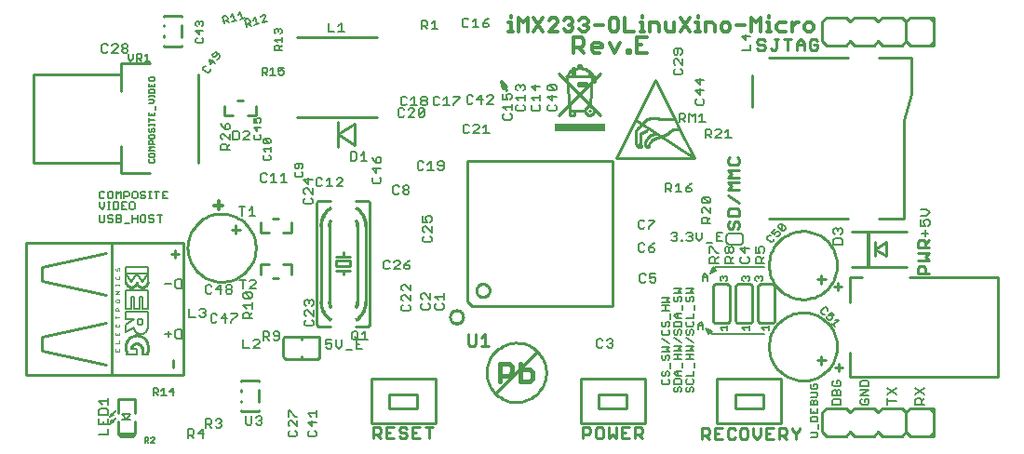
<source format=gbr>
G75*
G70*
%OFA0B0*%
%FSLAX24Y24*%
%IPPOS*%
%LPD*%
%AMOC8*
5,1,8,0,0,1.08239X$1,22.5*
%
%ADD10C,0.0060*%
%ADD11C,0.0120*%
%ADD12C,0.0080*%
%ADD13C,0.0140*%
%ADD14C,0.0100*%
%ADD15C,0.0070*%
%ADD16C,0.0010*%
%ADD17C,0.0050*%
%ADD18C,0.0160*%
%ADD19R,0.1800X0.0300*%
%ADD20C,0.0030*%
%ADD21R,0.0150X0.1300*%
D10*
X004831Y004465D02*
X004831Y004725D01*
X004961Y004725D01*
X005004Y004682D01*
X005004Y004595D01*
X004961Y004552D01*
X004831Y004552D01*
X004918Y004552D02*
X005004Y004465D01*
X005126Y004465D02*
X005299Y004465D01*
X005212Y004465D02*
X005212Y004725D01*
X005126Y004638D01*
X005420Y004595D02*
X005594Y004595D01*
X005550Y004725D02*
X005420Y004595D01*
X005550Y004465D02*
X005550Y004725D01*
X005064Y010670D02*
X005064Y010930D01*
X004977Y010930D02*
X005151Y010930D01*
X004856Y010887D02*
X004813Y010930D01*
X004726Y010930D01*
X004683Y010887D01*
X004683Y010843D01*
X004726Y010800D01*
X004813Y010800D01*
X004856Y010757D01*
X004856Y010713D01*
X004813Y010670D01*
X004726Y010670D01*
X004683Y010713D01*
X004562Y010713D02*
X004562Y010887D01*
X004518Y010930D01*
X004431Y010930D01*
X004388Y010887D01*
X004388Y010713D01*
X004431Y010670D01*
X004518Y010670D01*
X004562Y010713D01*
X004267Y010670D02*
X004267Y010930D01*
X004267Y010800D02*
X004093Y010800D01*
X004093Y010670D02*
X004093Y010930D01*
X004122Y011136D02*
X004166Y011179D01*
X004166Y011353D01*
X004122Y011396D01*
X004035Y011396D01*
X003992Y011353D01*
X003992Y011179D01*
X004035Y011136D01*
X004122Y011136D01*
X003871Y011136D02*
X003697Y011136D01*
X003697Y011396D01*
X003871Y011396D01*
X003796Y011516D02*
X003796Y011776D01*
X003926Y011776D01*
X003969Y011733D01*
X003969Y011646D01*
X003926Y011602D01*
X003796Y011602D01*
X003674Y011516D02*
X003674Y011776D01*
X003588Y011689D01*
X003501Y011776D01*
X003501Y011516D01*
X003533Y011396D02*
X003403Y011396D01*
X003403Y011136D01*
X003533Y011136D01*
X003576Y011179D01*
X003576Y011353D01*
X003533Y011396D01*
X003697Y011266D02*
X003784Y011266D01*
X003634Y010930D02*
X003504Y010930D01*
X003504Y010670D01*
X003634Y010670D01*
X003678Y010713D01*
X003678Y010757D01*
X003634Y010800D01*
X003504Y010800D01*
X003383Y010757D02*
X003383Y010713D01*
X003340Y010670D01*
X003253Y010670D01*
X003210Y010713D01*
X003253Y010800D02*
X003210Y010843D01*
X003210Y010887D01*
X003253Y010930D01*
X003340Y010930D01*
X003383Y010887D01*
X003340Y010800D02*
X003383Y010757D01*
X003340Y010800D02*
X003253Y010800D01*
X003088Y010713D02*
X003088Y010930D01*
X002915Y010930D02*
X002915Y010713D01*
X002958Y010670D01*
X003045Y010670D01*
X003088Y010713D01*
X002998Y011136D02*
X003085Y011222D01*
X003085Y011396D01*
X003206Y011396D02*
X003293Y011396D01*
X003250Y011396D02*
X003250Y011136D01*
X003293Y011136D02*
X003206Y011136D01*
X002998Y011136D02*
X002912Y011222D01*
X002912Y011396D01*
X002955Y011516D02*
X003042Y011516D01*
X003085Y011559D01*
X003206Y011559D02*
X003250Y011516D01*
X003336Y011516D01*
X003380Y011559D01*
X003380Y011733D01*
X003336Y011776D01*
X003250Y011776D01*
X003206Y011733D01*
X003206Y011559D01*
X003085Y011733D02*
X003042Y011776D01*
X002955Y011776D01*
X002912Y011733D01*
X002912Y011559D01*
X002955Y011516D01*
X003634Y010930D02*
X003678Y010887D01*
X003678Y010843D01*
X003634Y010800D01*
X003799Y010626D02*
X003972Y010626D01*
X004134Y011516D02*
X004220Y011516D01*
X004264Y011559D01*
X004264Y011733D01*
X004220Y011776D01*
X004134Y011776D01*
X004090Y011733D01*
X004090Y011559D01*
X004134Y011516D01*
X004385Y011559D02*
X004428Y011516D01*
X004515Y011516D01*
X004558Y011559D01*
X004558Y011602D01*
X004515Y011646D01*
X004428Y011646D01*
X004385Y011689D01*
X004385Y011733D01*
X004428Y011776D01*
X004515Y011776D01*
X004558Y011733D01*
X004680Y011776D02*
X004766Y011776D01*
X004723Y011776D02*
X004723Y011516D01*
X004680Y011516D02*
X004766Y011516D01*
X004963Y011516D02*
X004963Y011776D01*
X005049Y011776D02*
X004876Y011776D01*
X005171Y011776D02*
X005171Y011516D01*
X005344Y011516D01*
X005257Y011646D02*
X005171Y011646D01*
X005171Y011776D02*
X005344Y011776D01*
X008774Y012946D02*
X008817Y012903D01*
X008990Y012903D01*
X009034Y012946D01*
X009034Y013033D01*
X008990Y013076D01*
X009034Y013197D02*
X009034Y013371D01*
X009034Y013284D02*
X008774Y013284D01*
X008860Y013197D01*
X008817Y013076D02*
X008774Y013033D01*
X008774Y012946D01*
X008817Y013492D02*
X008774Y013535D01*
X008774Y013622D01*
X008817Y013666D01*
X008990Y013492D01*
X009034Y013535D01*
X009034Y013622D01*
X008990Y013666D01*
X008817Y013666D01*
X008693Y013680D02*
X008693Y013767D01*
X008650Y013810D01*
X008693Y013680D02*
X008650Y013637D01*
X008477Y013637D01*
X008433Y013680D01*
X008433Y013767D01*
X008477Y013810D01*
X008563Y013931D02*
X008433Y014061D01*
X008693Y014061D01*
X008563Y014105D02*
X008563Y013931D01*
X008563Y014226D02*
X008433Y014226D01*
X008433Y014400D01*
X008520Y014356D02*
X008563Y014400D01*
X008650Y014400D01*
X008693Y014356D01*
X008693Y014269D01*
X008650Y014226D01*
X008563Y014226D02*
X008520Y014313D01*
X008520Y014356D01*
X008817Y013492D02*
X008990Y013492D01*
X009916Y012728D02*
X009916Y012641D01*
X009960Y012598D01*
X010003Y012598D01*
X010046Y012641D01*
X010046Y012771D01*
X009960Y012771D02*
X009916Y012728D01*
X009960Y012771D02*
X010133Y012771D01*
X010176Y012728D01*
X010176Y012641D01*
X010133Y012598D01*
X010133Y012477D02*
X010176Y012433D01*
X010176Y012346D01*
X010133Y012303D01*
X009960Y012303D01*
X009916Y012346D01*
X009916Y012433D01*
X009960Y012477D01*
X009455Y015944D02*
X009368Y015944D01*
X009325Y015988D01*
X009325Y016074D02*
X009412Y016118D01*
X009455Y016118D01*
X009499Y016074D01*
X009499Y015988D01*
X009455Y015944D01*
X009325Y016074D02*
X009325Y016205D01*
X009499Y016205D01*
X009117Y016205D02*
X009030Y016118D01*
X009117Y016205D02*
X009117Y015944D01*
X009030Y015944D02*
X009204Y015944D01*
X008909Y015944D02*
X008822Y016031D01*
X008866Y016031D02*
X008736Y016031D01*
X008736Y015944D02*
X008736Y016205D01*
X008866Y016205D01*
X008909Y016161D01*
X008909Y016074D01*
X008866Y016031D01*
X009177Y016834D02*
X009177Y016964D01*
X009221Y017007D01*
X009307Y017007D01*
X009351Y016964D01*
X009351Y016834D01*
X009351Y016920D02*
X009437Y017007D01*
X009437Y017128D02*
X009437Y017302D01*
X009437Y017215D02*
X009177Y017215D01*
X009264Y017128D01*
X009221Y017423D02*
X009177Y017466D01*
X009177Y017553D01*
X009221Y017596D01*
X009264Y017596D01*
X009307Y017553D01*
X009351Y017596D01*
X009394Y017596D01*
X009437Y017553D01*
X009437Y017466D01*
X009394Y017423D01*
X009307Y017510D02*
X009307Y017553D01*
X008908Y017864D02*
X008740Y017819D01*
X008863Y018031D01*
X008852Y018073D01*
X008799Y018104D01*
X008715Y018081D01*
X008684Y018028D01*
X008472Y018016D02*
X008540Y017765D01*
X008456Y017743D02*
X008623Y017788D01*
X008411Y017910D02*
X008472Y018016D01*
X008283Y017921D02*
X008305Y017837D01*
X008274Y017784D01*
X008149Y017750D01*
X008171Y017666D02*
X008104Y017918D01*
X008230Y017951D01*
X008283Y017921D01*
X008233Y017773D02*
X008339Y017711D01*
X008108Y017985D02*
X007940Y017940D01*
X008024Y017963D02*
X007957Y018214D01*
X007895Y018108D01*
X007823Y017909D02*
X007656Y017864D01*
X007740Y017887D02*
X007672Y018138D01*
X007611Y018032D01*
X007483Y018042D02*
X007505Y017958D01*
X007474Y017905D01*
X007349Y017872D01*
X007433Y017894D02*
X007539Y017833D01*
X007371Y017788D02*
X007304Y018039D01*
X007430Y018073D01*
X007483Y018042D01*
X006617Y017819D02*
X006617Y017732D01*
X006574Y017689D01*
X006487Y017776D02*
X006487Y017819D01*
X006530Y017862D01*
X006574Y017862D01*
X006617Y017819D01*
X006487Y017819D02*
X006443Y017862D01*
X006400Y017862D01*
X006357Y017819D01*
X006357Y017732D01*
X006400Y017689D01*
X006487Y017568D02*
X006487Y017394D01*
X006357Y017524D01*
X006617Y017524D01*
X006574Y017273D02*
X006617Y017230D01*
X006617Y017143D01*
X006574Y017100D01*
X006400Y017100D01*
X006357Y017143D01*
X006357Y017230D01*
X006400Y017273D01*
X007005Y016744D02*
X006955Y016673D01*
X006965Y016612D01*
X007001Y016587D01*
X007061Y016598D01*
X007136Y016705D01*
X007065Y016754D02*
X007005Y016744D01*
X007065Y016754D02*
X007207Y016655D01*
X007218Y016594D01*
X007168Y016523D01*
X007108Y016513D01*
X006967Y016463D02*
X006868Y016321D01*
X006836Y016502D01*
X007049Y016353D01*
X006869Y016172D02*
X006880Y016112D01*
X006830Y016041D01*
X006770Y016030D01*
X006627Y016130D01*
X006617Y016190D01*
X006667Y016261D01*
X006727Y016272D01*
X004706Y016443D02*
X004533Y016443D01*
X004619Y016443D02*
X004619Y016704D01*
X004533Y016617D01*
X004411Y016660D02*
X004411Y016574D01*
X004368Y016530D01*
X004238Y016530D01*
X004238Y016443D02*
X004238Y016704D01*
X004368Y016704D01*
X004411Y016660D01*
X004325Y016530D02*
X004411Y016443D01*
X004117Y016530D02*
X004117Y016704D01*
X003943Y016704D02*
X003943Y016530D01*
X004030Y016443D01*
X004117Y016530D01*
X009177Y016834D02*
X009437Y016834D01*
X024505Y008745D02*
X024591Y008831D01*
X024678Y008745D01*
X024678Y008571D01*
X024678Y008701D02*
X024505Y008701D01*
X024505Y008745D02*
X024505Y008571D01*
X024174Y008292D02*
X023914Y008292D01*
X023741Y008292D02*
X023481Y008292D01*
X023481Y008119D02*
X023741Y008119D01*
X023654Y008206D01*
X023741Y008292D01*
X023914Y008119D02*
X024174Y008119D01*
X024087Y008206D01*
X024174Y008292D01*
X024131Y007998D02*
X024174Y007954D01*
X024174Y007868D01*
X024131Y007824D01*
X024044Y007868D02*
X024044Y007954D01*
X024087Y007998D01*
X024131Y007998D01*
X024044Y007868D02*
X024001Y007824D01*
X023957Y007824D01*
X023914Y007868D01*
X023914Y007954D01*
X023957Y007998D01*
X023741Y007954D02*
X023741Y007868D01*
X023698Y007824D01*
X023611Y007868D02*
X023611Y007954D01*
X023654Y007998D01*
X023698Y007998D01*
X023741Y007954D01*
X023611Y007868D02*
X023568Y007824D01*
X023524Y007824D01*
X023481Y007868D01*
X023481Y007954D01*
X023524Y007998D01*
X023308Y007977D02*
X023048Y007977D01*
X023048Y007804D02*
X023308Y007804D01*
X023221Y007891D01*
X023308Y007977D01*
X023308Y007683D02*
X023048Y007683D01*
X023178Y007683D02*
X023178Y007509D01*
X023308Y007509D02*
X023048Y007509D01*
X023351Y007388D02*
X023351Y007215D01*
X023265Y007094D02*
X023308Y007050D01*
X023308Y006963D01*
X023265Y006920D01*
X023178Y006963D02*
X023134Y006920D01*
X023091Y006920D01*
X023048Y006963D01*
X023048Y007050D01*
X023091Y007094D01*
X023178Y007050D02*
X023221Y007094D01*
X023265Y007094D01*
X023178Y007050D02*
X023178Y006963D01*
X023265Y006799D02*
X023308Y006755D01*
X023308Y006669D01*
X023265Y006625D01*
X023091Y006625D01*
X023048Y006669D01*
X023048Y006755D01*
X023091Y006799D01*
X023481Y006776D02*
X023481Y006689D01*
X023524Y006646D01*
X023568Y006646D01*
X023611Y006689D01*
X023611Y006776D01*
X023654Y006819D01*
X023698Y006819D01*
X023741Y006776D01*
X023741Y006689D01*
X023698Y006646D01*
X023914Y006689D02*
X023914Y006776D01*
X023957Y006819D01*
X024044Y006776D02*
X024087Y006819D01*
X024131Y006819D01*
X024174Y006776D01*
X024174Y006689D01*
X024131Y006646D01*
X024044Y006689D02*
X024044Y006776D01*
X024044Y006689D02*
X024001Y006646D01*
X023957Y006646D01*
X023914Y006689D01*
X023914Y006524D02*
X024174Y006351D01*
X024174Y006230D02*
X023914Y006230D01*
X023741Y006230D02*
X023481Y006230D01*
X023481Y006056D02*
X023741Y006056D01*
X023654Y006143D01*
X023741Y006230D01*
X023741Y006351D02*
X023481Y006524D01*
X023481Y006776D02*
X023524Y006819D01*
X023481Y006940D02*
X023481Y007070D01*
X023524Y007114D01*
X023698Y007114D01*
X023741Y007070D01*
X023741Y006940D01*
X023481Y006940D01*
X023568Y007235D02*
X023481Y007322D01*
X023568Y007408D01*
X023741Y007408D01*
X023784Y007530D02*
X023784Y007703D01*
X023611Y007408D02*
X023611Y007235D01*
X023568Y007235D02*
X023741Y007235D01*
X023914Y007235D02*
X024174Y007235D01*
X024174Y007408D01*
X024217Y007530D02*
X024217Y007703D01*
X024131Y007114D02*
X024174Y007070D01*
X024174Y006984D01*
X024131Y006940D01*
X023957Y006940D01*
X023914Y006984D01*
X023914Y007070D01*
X023957Y007114D01*
X024347Y007012D02*
X024347Y006839D01*
X024347Y006969D02*
X024521Y006969D01*
X024521Y007012D02*
X024521Y006839D01*
X024521Y007012D02*
X024434Y007099D01*
X024347Y007012D01*
X025134Y006884D02*
X025390Y006884D01*
X025390Y006799D02*
X025390Y006970D01*
X025219Y006799D02*
X025134Y006884D01*
X025922Y006884D02*
X026177Y006884D01*
X026177Y006799D02*
X026177Y006970D01*
X026007Y006799D02*
X025922Y006884D01*
X026630Y006884D02*
X026886Y006884D01*
X026886Y006799D02*
X026886Y006970D01*
X026715Y006799D02*
X026630Y006884D01*
X028742Y007433D02*
X028804Y007371D01*
X028865Y007371D01*
X028951Y007286D02*
X028951Y007224D01*
X029012Y007163D01*
X029073Y007163D01*
X029135Y007224D01*
X029135Y007286D01*
X029104Y007316D01*
X029012Y007347D01*
X029104Y007439D01*
X029227Y007316D01*
X029251Y007169D02*
X029374Y007169D01*
X029190Y006985D01*
X029251Y006924D02*
X029128Y007047D01*
X028988Y007494D02*
X028988Y007555D01*
X028926Y007617D01*
X028865Y007617D01*
X028742Y007494D01*
X028742Y007433D01*
X026649Y008614D02*
X026607Y008571D01*
X026649Y008614D02*
X026649Y008699D01*
X026607Y008741D01*
X026564Y008741D01*
X026522Y008699D01*
X026522Y008656D01*
X026522Y008699D02*
X026479Y008741D01*
X026437Y008741D01*
X026394Y008699D01*
X026394Y008614D01*
X026437Y008571D01*
X026177Y008614D02*
X026134Y008571D01*
X026177Y008614D02*
X026177Y008699D01*
X026134Y008741D01*
X026092Y008741D01*
X026049Y008699D01*
X026049Y008656D01*
X026049Y008699D02*
X026007Y008741D01*
X025964Y008741D01*
X025922Y008699D01*
X025922Y008614D01*
X025964Y008571D01*
X025390Y008614D02*
X025390Y008699D01*
X025347Y008741D01*
X025304Y008741D01*
X025262Y008699D01*
X025262Y008656D01*
X025262Y008699D02*
X025219Y008741D01*
X025177Y008741D01*
X025134Y008699D01*
X025134Y008614D01*
X025177Y008571D01*
X025347Y008571D02*
X025390Y008614D01*
X025456Y009877D02*
X025656Y009877D01*
X025856Y009877D01*
X025876Y009879D01*
X025894Y009885D01*
X025912Y009894D01*
X025927Y009906D01*
X025939Y009921D01*
X025948Y009939D01*
X025954Y009957D01*
X025956Y009977D01*
X025956Y010177D01*
X025954Y010197D01*
X025948Y010215D01*
X025939Y010233D01*
X025927Y010248D01*
X025912Y010260D01*
X025894Y010269D01*
X025876Y010275D01*
X025856Y010277D01*
X025656Y010277D01*
X025456Y010277D01*
X025436Y010275D01*
X025418Y010269D01*
X025400Y010260D01*
X025385Y010248D01*
X025373Y010233D01*
X025364Y010215D01*
X025358Y010197D01*
X025356Y010177D01*
X025356Y009977D01*
X025358Y009957D01*
X025364Y009939D01*
X025373Y009921D01*
X025385Y009906D01*
X025400Y009894D01*
X025418Y009885D01*
X025436Y009879D01*
X025456Y009877D01*
X026812Y010075D02*
X026935Y009953D01*
X026996Y009953D01*
X027057Y010014D01*
X027057Y010075D01*
X027143Y010161D02*
X027204Y010161D01*
X027266Y010222D01*
X027266Y010284D01*
X027204Y010345D01*
X027143Y010345D01*
X027112Y010314D01*
X027082Y010222D01*
X026990Y010314D01*
X027112Y010437D01*
X027229Y010492D02*
X027229Y010553D01*
X027290Y010614D01*
X027351Y010614D01*
X027351Y010369D01*
X027413Y010369D01*
X027474Y010430D01*
X027474Y010492D01*
X027351Y010614D01*
X027229Y010492D02*
X027351Y010369D01*
X026935Y010198D02*
X026873Y010198D01*
X026812Y010136D01*
X026812Y010075D01*
X032301Y010536D02*
X032471Y010536D01*
X032414Y010649D01*
X032414Y010706D01*
X032471Y010763D01*
X032584Y010763D01*
X032641Y010706D01*
X032641Y010593D01*
X032584Y010536D01*
X032471Y010394D02*
X032471Y010168D01*
X032358Y010281D02*
X032584Y010281D01*
X032301Y010536D02*
X032301Y010763D01*
X032301Y010904D02*
X032528Y010904D01*
X032641Y011018D01*
X032528Y011131D01*
X032301Y011131D01*
X024174Y006230D02*
X024087Y006143D01*
X024174Y006056D01*
X023914Y006056D01*
X023914Y005935D02*
X024174Y005935D01*
X024044Y005935D02*
X024044Y005762D01*
X024174Y005762D02*
X023914Y005762D01*
X023741Y005762D02*
X023481Y005762D01*
X023611Y005762D02*
X023611Y005935D01*
X023481Y005935D02*
X023741Y005935D01*
X023308Y005872D02*
X023308Y005785D01*
X023265Y005741D01*
X023178Y005785D02*
X023178Y005872D01*
X023221Y005915D01*
X023265Y005915D01*
X023308Y005872D01*
X023178Y005785D02*
X023134Y005741D01*
X023091Y005741D01*
X023048Y005785D01*
X023048Y005872D01*
X023091Y005915D01*
X023048Y006036D02*
X023308Y006036D01*
X023221Y006123D01*
X023308Y006210D01*
X023048Y006210D01*
X023308Y006331D02*
X023048Y006504D01*
X023351Y005620D02*
X023351Y005447D01*
X023265Y005326D02*
X023308Y005282D01*
X023308Y005196D01*
X023265Y005152D01*
X023178Y005196D02*
X023178Y005282D01*
X023221Y005326D01*
X023265Y005326D01*
X023178Y005196D02*
X023134Y005152D01*
X023091Y005152D01*
X023048Y005196D01*
X023048Y005282D01*
X023091Y005326D01*
X023481Y005259D02*
X023568Y005172D01*
X023741Y005172D01*
X023698Y005051D02*
X023524Y005051D01*
X023481Y005008D01*
X023481Y004878D01*
X023741Y004878D01*
X023741Y005008D01*
X023698Y005051D01*
X023611Y005172D02*
X023611Y005346D01*
X023568Y005346D02*
X023741Y005346D01*
X023784Y005467D02*
X023784Y005641D01*
X023568Y005346D02*
X023481Y005259D01*
X023914Y005172D02*
X024174Y005172D01*
X024174Y005346D01*
X024217Y005467D02*
X024217Y005641D01*
X024131Y005051D02*
X024174Y005008D01*
X024174Y004921D01*
X024131Y004878D01*
X023957Y004878D01*
X023914Y004921D01*
X023914Y005008D01*
X023957Y005051D01*
X023957Y004757D02*
X023914Y004713D01*
X023914Y004626D01*
X023957Y004583D01*
X024001Y004583D01*
X024044Y004626D01*
X024044Y004713D01*
X024087Y004757D01*
X024131Y004757D01*
X024174Y004713D01*
X024174Y004626D01*
X024131Y004583D01*
X023741Y004626D02*
X023698Y004583D01*
X023741Y004626D02*
X023741Y004713D01*
X023698Y004757D01*
X023654Y004757D01*
X023611Y004713D01*
X023611Y004626D01*
X023568Y004583D01*
X023524Y004583D01*
X023481Y004626D01*
X023481Y004713D01*
X023524Y004757D01*
X023308Y004901D02*
X023308Y004988D01*
X023265Y005031D01*
X023308Y004901D02*
X023265Y004858D01*
X023091Y004858D01*
X023048Y004901D01*
X023048Y004988D01*
X023091Y005031D01*
X028366Y004827D02*
X028366Y004742D01*
X028408Y004699D01*
X028578Y004699D01*
X028621Y004742D01*
X028621Y004827D01*
X028578Y004870D01*
X028493Y004870D01*
X028493Y004785D01*
X028408Y004870D02*
X028366Y004827D01*
X028366Y004580D02*
X028578Y004580D01*
X028621Y004537D01*
X028621Y004452D01*
X028578Y004409D01*
X028366Y004409D01*
X028408Y004290D02*
X028451Y004290D01*
X028493Y004247D01*
X028493Y004119D01*
X028366Y004119D02*
X028366Y004247D01*
X028408Y004290D01*
X028493Y004247D02*
X028536Y004290D01*
X028578Y004290D01*
X028621Y004247D01*
X028621Y004119D01*
X028366Y004119D01*
X028366Y004000D02*
X028366Y003829D01*
X028621Y003829D01*
X028621Y004000D01*
X028493Y003915D02*
X028493Y003829D01*
X028408Y003710D02*
X028366Y003667D01*
X028366Y003539D01*
X028621Y003539D01*
X028621Y003667D01*
X028578Y003710D01*
X028408Y003710D01*
X028663Y003420D02*
X028663Y003249D01*
X028578Y003130D02*
X028366Y003130D01*
X028366Y002959D02*
X028578Y002959D01*
X028621Y003002D01*
X028621Y003087D01*
X028578Y003130D01*
D11*
X007329Y011278D02*
X007015Y011278D01*
X007172Y011434D02*
X007172Y011121D01*
X017554Y017513D02*
X017711Y017513D01*
X017633Y017513D02*
X017633Y017827D01*
X017554Y017827D01*
X017633Y017984D02*
X017633Y018062D01*
X017917Y017984D02*
X018074Y017827D01*
X018231Y017984D01*
X018231Y017513D01*
X018461Y017513D02*
X018774Y017984D01*
X019004Y017905D02*
X019083Y017984D01*
X019240Y017984D01*
X019318Y017905D01*
X019318Y017827D01*
X019004Y017513D01*
X019318Y017513D01*
X019548Y017591D02*
X019626Y017513D01*
X019784Y017513D01*
X019862Y017591D01*
X019862Y017670D01*
X019784Y017748D01*
X019705Y017748D01*
X019784Y017748D02*
X019862Y017827D01*
X019862Y017905D01*
X019784Y017984D01*
X019626Y017984D01*
X019548Y017905D01*
X020092Y017905D02*
X020170Y017984D01*
X020327Y017984D01*
X020406Y017905D01*
X020406Y017827D01*
X020327Y017748D01*
X020406Y017670D01*
X020406Y017591D01*
X020327Y017513D01*
X020170Y017513D01*
X020092Y017591D01*
X020249Y017748D02*
X020327Y017748D01*
X020636Y017748D02*
X020949Y017748D01*
X021179Y017591D02*
X021258Y017513D01*
X021415Y017513D01*
X021493Y017591D01*
X021493Y017905D01*
X021415Y017984D01*
X021258Y017984D01*
X021179Y017905D01*
X021179Y017591D01*
X021723Y017513D02*
X022037Y017513D01*
X022267Y017513D02*
X022424Y017513D01*
X022345Y017513D02*
X022345Y017827D01*
X022267Y017827D01*
X022345Y017984D02*
X022345Y018062D01*
X022629Y017827D02*
X022865Y017827D01*
X022943Y017748D01*
X022943Y017513D01*
X023173Y017591D02*
X023173Y017827D01*
X023173Y017591D02*
X023251Y017513D01*
X023487Y017513D01*
X023487Y017827D01*
X023717Y017984D02*
X024031Y017513D01*
X024260Y017513D02*
X024417Y017513D01*
X024339Y017513D02*
X024339Y017827D01*
X024260Y017827D01*
X024339Y017984D02*
X024339Y018062D01*
X024031Y017984D02*
X023717Y017513D01*
X022629Y017513D02*
X022629Y017827D01*
X021723Y017984D02*
X021723Y017513D01*
X018774Y017513D02*
X018461Y017984D01*
X017917Y017984D02*
X017917Y017513D01*
X024623Y017513D02*
X024623Y017827D01*
X024858Y017827D01*
X024937Y017748D01*
X024937Y017513D01*
X025167Y017591D02*
X025167Y017748D01*
X025245Y017827D01*
X025402Y017827D01*
X025481Y017748D01*
X025481Y017591D01*
X025402Y017513D01*
X025245Y017513D01*
X025167Y017591D01*
X025710Y017748D02*
X026024Y017748D01*
X026254Y017513D02*
X026254Y017984D01*
X026411Y017827D01*
X026568Y017984D01*
X026568Y017513D01*
X026798Y017513D02*
X026955Y017513D01*
X026876Y017513D02*
X026876Y017827D01*
X026798Y017827D01*
X026876Y017984D02*
X026876Y018062D01*
X027160Y017748D02*
X027160Y017591D01*
X027239Y017513D01*
X027474Y017513D01*
X027704Y017513D02*
X027704Y017827D01*
X027704Y017670D02*
X027861Y017827D01*
X027940Y017827D01*
X028157Y017748D02*
X028157Y017591D01*
X028236Y017513D01*
X028393Y017513D01*
X028471Y017591D01*
X028471Y017748D01*
X028393Y017827D01*
X028236Y017827D01*
X028157Y017748D01*
X027474Y017827D02*
X027239Y017827D01*
X027160Y017748D01*
D12*
X026218Y017346D02*
X025904Y017346D01*
X026061Y017189D01*
X026061Y017399D01*
X026218Y017036D02*
X026218Y016827D01*
X025904Y016827D01*
X024561Y015764D02*
X024247Y015764D01*
X024404Y015607D01*
X024404Y015816D01*
X023778Y016004D02*
X023778Y016108D01*
X023725Y016161D01*
X023778Y016314D02*
X023569Y016523D01*
X023516Y016523D01*
X023464Y016471D01*
X023464Y016366D01*
X023516Y016314D01*
X023516Y016161D02*
X023464Y016108D01*
X023464Y016004D01*
X023516Y015951D01*
X023725Y015951D01*
X023778Y016004D01*
X023778Y016314D02*
X023778Y016523D01*
X023725Y016676D02*
X023778Y016729D01*
X023778Y016833D01*
X023725Y016886D01*
X023516Y016886D01*
X023464Y016833D01*
X023464Y016729D01*
X023516Y016676D01*
X023569Y016676D01*
X023621Y016729D01*
X023621Y016886D01*
X024247Y015402D02*
X024404Y015245D01*
X024404Y015454D01*
X024561Y015402D02*
X024247Y015402D01*
X024299Y015091D02*
X024247Y015039D01*
X024247Y014934D01*
X024299Y014882D01*
X024508Y014882D01*
X024561Y014934D01*
X024561Y015039D01*
X024508Y015091D01*
X024494Y014573D02*
X024494Y014259D01*
X024389Y014259D02*
X024599Y014259D01*
X024598Y014002D02*
X024755Y014002D01*
X024807Y013949D01*
X024807Y013845D01*
X024755Y013792D01*
X024598Y013792D01*
X024598Y013688D02*
X024598Y014002D01*
X024702Y013792D02*
X024807Y013688D01*
X024960Y013688D02*
X025169Y013897D01*
X025169Y013949D01*
X025117Y014002D01*
X025013Y014002D01*
X024960Y013949D01*
X024960Y013688D02*
X025169Y013688D01*
X025323Y013688D02*
X025532Y013688D01*
X025427Y013688D02*
X025427Y014002D01*
X025323Y013897D01*
X024494Y014573D02*
X024389Y014469D01*
X024236Y014573D02*
X024236Y014259D01*
X024027Y014259D02*
X024027Y014573D01*
X024132Y014469D01*
X024236Y014573D01*
X023874Y014521D02*
X023874Y014416D01*
X023821Y014364D01*
X023665Y014364D01*
X023769Y014364D02*
X023874Y014259D01*
X023665Y014259D02*
X023665Y014573D01*
X023821Y014573D01*
X023874Y014521D01*
X023643Y012063D02*
X023643Y011749D01*
X023539Y011749D02*
X023748Y011749D01*
X023901Y011801D02*
X023953Y011749D01*
X024058Y011749D01*
X024110Y011801D01*
X024110Y011853D01*
X024058Y011906D01*
X023901Y011906D01*
X023901Y011801D01*
X023901Y011906D02*
X024006Y012010D01*
X024110Y012063D01*
X023643Y012063D02*
X023539Y011958D01*
X023385Y011906D02*
X023333Y011853D01*
X023176Y011853D01*
X023176Y011749D02*
X023176Y012063D01*
X023333Y012063D01*
X023385Y012010D01*
X023385Y011906D01*
X023281Y011853D02*
X023385Y011749D01*
X024475Y011510D02*
X024527Y011563D01*
X024737Y011353D01*
X024789Y011406D01*
X024789Y011510D01*
X024737Y011563D01*
X024527Y011563D01*
X024475Y011510D02*
X024475Y011406D01*
X024527Y011353D01*
X024737Y011353D01*
X024789Y011200D02*
X024789Y010991D01*
X024580Y011200D01*
X024527Y011200D01*
X024475Y011148D01*
X024475Y011043D01*
X024527Y010991D01*
X024527Y010838D02*
X024632Y010838D01*
X024684Y010785D01*
X024684Y010628D01*
X024789Y010628D02*
X024475Y010628D01*
X024475Y010785D01*
X024527Y010838D01*
X024684Y010733D02*
X024789Y010838D01*
X025010Y010308D02*
X025010Y009994D01*
X025220Y009994D01*
X025115Y010151D02*
X025010Y010151D01*
X025010Y010308D02*
X025220Y010308D01*
X024857Y009942D02*
X024648Y009942D01*
X024751Y009783D02*
X024803Y009783D01*
X025012Y009574D01*
X025065Y009574D01*
X025065Y009420D02*
X024960Y009316D01*
X024960Y009368D02*
X024960Y009211D01*
X025065Y009211D02*
X024751Y009211D01*
X024751Y009368D01*
X024803Y009420D01*
X024908Y009420D01*
X024960Y009368D01*
X024751Y009574D02*
X024751Y009783D01*
X024495Y010099D02*
X024390Y009994D01*
X024285Y010099D01*
X024285Y010308D01*
X024132Y010256D02*
X024132Y010204D01*
X024080Y010151D01*
X024132Y010099D01*
X024132Y010047D01*
X024080Y009994D01*
X023975Y009994D01*
X023923Y010047D01*
X023794Y010047D02*
X023794Y009994D01*
X023742Y009994D01*
X023742Y010047D01*
X023794Y010047D01*
X023588Y010047D02*
X023588Y010099D01*
X023536Y010151D01*
X023484Y010151D01*
X023536Y010151D02*
X023588Y010204D01*
X023588Y010256D01*
X023536Y010308D01*
X023431Y010308D01*
X023379Y010256D01*
X023379Y010047D02*
X023431Y009994D01*
X023536Y009994D01*
X023588Y010047D01*
X023923Y010256D02*
X023975Y010308D01*
X024080Y010308D01*
X024132Y010256D01*
X024080Y010151D02*
X024027Y010151D01*
X024495Y010099D02*
X024495Y010308D01*
X025302Y009730D02*
X025354Y009783D01*
X025406Y009783D01*
X025459Y009730D01*
X025459Y009626D01*
X025406Y009574D01*
X025354Y009574D01*
X025302Y009626D01*
X025302Y009730D01*
X025459Y009730D02*
X025511Y009783D01*
X025563Y009783D01*
X025616Y009730D01*
X025616Y009626D01*
X025563Y009574D01*
X025511Y009574D01*
X025459Y009626D01*
X025459Y009420D02*
X025354Y009420D01*
X025302Y009368D01*
X025302Y009211D01*
X025616Y009211D01*
X025511Y009211D02*
X025511Y009368D01*
X025459Y009420D01*
X025511Y009316D02*
X025616Y009420D01*
X025853Y009368D02*
X025853Y009263D01*
X025905Y009211D01*
X026115Y009211D01*
X026167Y009263D01*
X026167Y009368D01*
X026115Y009420D01*
X026010Y009574D02*
X026010Y009783D01*
X026167Y009730D02*
X025853Y009730D01*
X026010Y009574D01*
X025905Y009420D02*
X025853Y009368D01*
X026404Y009368D02*
X026404Y009211D01*
X026718Y009211D01*
X026613Y009211D02*
X026613Y009368D01*
X026561Y009420D01*
X026456Y009420D01*
X026404Y009368D01*
X026404Y009574D02*
X026561Y009574D01*
X026509Y009678D01*
X026509Y009730D01*
X026561Y009783D01*
X026666Y009783D01*
X026718Y009730D01*
X026718Y009626D01*
X026666Y009574D01*
X026718Y009420D02*
X026613Y009316D01*
X026719Y009065D02*
X024986Y009065D01*
X024769Y008847D01*
X024980Y008947D01*
X024869Y009058D01*
X024769Y008847D01*
X026404Y009574D02*
X026404Y009783D01*
X029186Y009874D02*
X029186Y010035D01*
X029239Y010088D01*
X029453Y010088D01*
X029506Y010035D01*
X029506Y009874D01*
X029186Y009874D01*
X029239Y010243D02*
X029186Y010296D01*
X029186Y010403D01*
X029239Y010456D01*
X029292Y010456D01*
X029346Y010403D01*
X029399Y010456D01*
X029453Y010456D01*
X029506Y010403D01*
X029506Y010296D01*
X029453Y010243D01*
X029346Y010349D02*
X029346Y010403D01*
X022787Y010693D02*
X022577Y010484D01*
X022577Y010431D01*
X022424Y010484D02*
X022372Y010431D01*
X022267Y010431D01*
X022215Y010484D01*
X022215Y010693D01*
X022267Y010745D01*
X022372Y010745D01*
X022424Y010693D01*
X022577Y010745D02*
X022787Y010745D01*
X022787Y010693D01*
X022787Y009919D02*
X022682Y009866D01*
X022577Y009762D01*
X022734Y009762D01*
X022787Y009709D01*
X022787Y009657D01*
X022734Y009605D01*
X022630Y009605D01*
X022577Y009657D01*
X022577Y009762D01*
X022424Y009866D02*
X022372Y009919D01*
X022267Y009919D01*
X022215Y009866D01*
X022215Y009657D01*
X022267Y009605D01*
X022372Y009605D01*
X022424Y009657D01*
X022411Y008816D02*
X022307Y008816D01*
X022254Y008764D01*
X022254Y008555D01*
X022307Y008502D01*
X022411Y008502D01*
X022464Y008555D01*
X022617Y008555D02*
X022669Y008502D01*
X022774Y008502D01*
X022826Y008555D01*
X022826Y008659D01*
X022774Y008712D01*
X022721Y008712D01*
X022617Y008659D01*
X022617Y008816D01*
X022826Y008816D01*
X022464Y008764D02*
X022411Y008816D01*
X024623Y006869D02*
X024723Y006658D01*
X024834Y006769D01*
X024623Y006869D01*
X024841Y006651D01*
X026719Y006651D01*
X031128Y004717D02*
X031442Y004508D01*
X031442Y004717D02*
X031128Y004508D01*
X031128Y004355D02*
X031128Y004146D01*
X031128Y004250D02*
X031442Y004250D01*
X032128Y004303D02*
X032128Y004146D01*
X032442Y004146D01*
X032337Y004146D02*
X032337Y004303D01*
X032285Y004355D01*
X032180Y004355D01*
X032128Y004303D01*
X032128Y004508D02*
X032442Y004717D01*
X032442Y004508D02*
X032128Y004717D01*
X032442Y004355D02*
X032337Y004250D01*
X021291Y006232D02*
X021238Y006180D01*
X021134Y006180D01*
X021081Y006232D01*
X021186Y006336D02*
X021238Y006336D01*
X021291Y006284D01*
X021291Y006232D01*
X021238Y006336D02*
X021291Y006389D01*
X021291Y006441D01*
X021238Y006493D01*
X021134Y006493D01*
X021081Y006441D01*
X020928Y006441D02*
X020876Y006493D01*
X020771Y006493D01*
X020719Y006441D01*
X020719Y006232D01*
X020771Y006180D01*
X020876Y006180D01*
X020928Y006232D01*
X015242Y007598D02*
X015189Y007546D01*
X014980Y007546D01*
X014928Y007598D01*
X014928Y007703D01*
X014980Y007755D01*
X015032Y007908D02*
X014928Y008013D01*
X015242Y008013D01*
X015242Y008117D02*
X015242Y007908D01*
X015189Y007755D02*
X015242Y007703D01*
X015242Y007598D01*
X014742Y007598D02*
X014689Y007546D01*
X014480Y007546D01*
X014428Y007598D01*
X014428Y007703D01*
X014480Y007755D01*
X014480Y007908D02*
X014428Y007960D01*
X014428Y008065D01*
X014480Y008117D01*
X014532Y008117D01*
X014742Y007908D01*
X014742Y008117D01*
X014689Y007755D02*
X014742Y007703D01*
X014742Y007598D01*
X014042Y007548D02*
X014042Y007653D01*
X013989Y007705D01*
X014042Y007858D02*
X013832Y008067D01*
X013780Y008067D01*
X013728Y008015D01*
X013728Y007910D01*
X013780Y007858D01*
X013780Y007705D02*
X013728Y007653D01*
X013728Y007548D01*
X013780Y007496D01*
X013989Y007496D01*
X014042Y007548D01*
X014042Y007858D02*
X014042Y008067D01*
X014042Y008221D02*
X013832Y008430D01*
X013780Y008430D01*
X013728Y008378D01*
X013728Y008273D01*
X013780Y008221D01*
X014042Y008221D02*
X014042Y008430D01*
X013976Y008985D02*
X014028Y009037D01*
X014028Y009089D01*
X013976Y009142D01*
X013819Y009142D01*
X013819Y009037D01*
X013871Y008985D01*
X013976Y008985D01*
X013819Y009142D02*
X013924Y009246D01*
X014028Y009299D01*
X013666Y009246D02*
X013666Y009194D01*
X013457Y008985D01*
X013666Y008985D01*
X013303Y009037D02*
X013251Y008985D01*
X013146Y008985D01*
X013094Y009037D01*
X013094Y009246D01*
X013146Y009299D01*
X013251Y009299D01*
X013303Y009246D01*
X013457Y009246D02*
X013509Y009299D01*
X013614Y009299D01*
X013666Y009246D01*
X014486Y010002D02*
X014538Y009949D01*
X014747Y009949D01*
X014800Y010002D01*
X014800Y010106D01*
X014747Y010159D01*
X014800Y010312D02*
X014590Y010521D01*
X014538Y010521D01*
X014486Y010469D01*
X014486Y010364D01*
X014538Y010312D01*
X014538Y010159D02*
X014486Y010106D01*
X014486Y010002D01*
X014800Y010312D02*
X014800Y010521D01*
X014747Y010674D02*
X014800Y010726D01*
X014800Y010831D01*
X014747Y010883D01*
X014643Y010883D01*
X014590Y010831D01*
X014590Y010779D01*
X014643Y010674D01*
X014486Y010674D01*
X014486Y010883D01*
X013942Y011675D02*
X013838Y011675D01*
X013785Y011727D01*
X013785Y011779D01*
X013838Y011832D01*
X013942Y011832D01*
X013995Y011779D01*
X013995Y011727D01*
X013942Y011675D01*
X013942Y011832D02*
X013995Y011884D01*
X013995Y011936D01*
X013942Y011989D01*
X013838Y011989D01*
X013785Y011936D01*
X013785Y011884D01*
X013838Y011832D01*
X013632Y011936D02*
X013580Y011989D01*
X013475Y011989D01*
X013423Y011936D01*
X013423Y011727D01*
X013475Y011675D01*
X013580Y011675D01*
X013632Y011727D01*
X012984Y012122D02*
X012984Y012227D01*
X012932Y012279D01*
X012984Y012122D02*
X012932Y012070D01*
X012723Y012070D01*
X012670Y012122D01*
X012670Y012227D01*
X012723Y012279D01*
X012827Y012432D02*
X012827Y012642D01*
X012827Y012795D02*
X012827Y012952D01*
X012880Y013004D01*
X012932Y013004D01*
X012984Y012952D01*
X012984Y012847D01*
X012932Y012795D01*
X012827Y012795D01*
X012723Y012900D01*
X012670Y013004D01*
X012478Y012870D02*
X012269Y012870D01*
X012374Y012870D02*
X012374Y013184D01*
X012269Y013080D01*
X012116Y013132D02*
X012063Y013184D01*
X011906Y013184D01*
X011906Y012870D01*
X012063Y012870D01*
X012116Y012923D01*
X012116Y013132D01*
X012670Y012589D02*
X012827Y012432D01*
X012984Y012589D02*
X012670Y012589D01*
X011606Y012214D02*
X011606Y012161D01*
X011397Y011952D01*
X011606Y011952D01*
X011243Y011952D02*
X011034Y011952D01*
X011139Y011952D02*
X011139Y012266D01*
X011034Y012161D01*
X010881Y012214D02*
X010829Y012266D01*
X010724Y012266D01*
X010672Y012214D01*
X010672Y012004D01*
X010724Y011952D01*
X010829Y011952D01*
X010881Y012004D01*
X010541Y011890D02*
X010541Y011681D01*
X010332Y011890D01*
X010280Y011890D01*
X010227Y011838D01*
X010227Y011733D01*
X010280Y011681D01*
X010280Y011527D02*
X010227Y011475D01*
X010227Y011370D01*
X010280Y011318D01*
X010489Y011318D01*
X010541Y011370D01*
X010541Y011475D01*
X010489Y011527D01*
X010384Y012043D02*
X010384Y012252D01*
X010227Y012200D02*
X010384Y012043D01*
X010541Y012200D02*
X010227Y012200D01*
X009625Y012112D02*
X009416Y012112D01*
X009521Y012112D02*
X009521Y012426D01*
X009416Y012321D01*
X009263Y012112D02*
X009054Y012112D01*
X009158Y012112D02*
X009158Y012426D01*
X009054Y012321D01*
X008900Y012373D02*
X008848Y012426D01*
X008743Y012426D01*
X008691Y012373D01*
X008691Y012164D01*
X008743Y012112D01*
X008848Y012112D01*
X008900Y012164D01*
X008384Y011217D02*
X008384Y010903D01*
X008279Y010903D02*
X008489Y010903D01*
X008279Y011112D02*
X008384Y011217D01*
X008126Y011217D02*
X007917Y011217D01*
X008021Y011217D02*
X008021Y010903D01*
X004636Y009078D02*
X004636Y008832D01*
X004636Y008537D01*
X004439Y008537D02*
X004242Y008832D01*
X004046Y008537D01*
X003849Y008832D01*
X003849Y008537D01*
X003849Y008241D02*
X003849Y007553D01*
X004046Y007553D01*
X004046Y007995D01*
X004144Y007995D01*
X004144Y007553D01*
X004341Y007553D01*
X004341Y007995D01*
X004439Y007995D01*
X004439Y007553D01*
X004636Y007553D01*
X004636Y008241D01*
X003849Y008241D01*
X004439Y008537D02*
X004636Y008832D01*
X004242Y008832D01*
X003849Y008832D01*
X003849Y009078D01*
X004636Y009078D01*
X005260Y008468D02*
X005473Y008468D01*
X005628Y008362D02*
X005628Y008575D01*
X005682Y008629D01*
X005842Y008629D01*
X005842Y008308D01*
X005682Y008308D01*
X005628Y008362D01*
X006130Y007580D02*
X006130Y007267D01*
X006340Y007267D01*
X006493Y007319D02*
X006545Y007267D01*
X006650Y007267D01*
X006702Y007319D01*
X006702Y007371D01*
X006650Y007424D01*
X006598Y007424D01*
X006650Y007424D02*
X006702Y007476D01*
X006702Y007528D01*
X006650Y007580D01*
X006545Y007580D01*
X006493Y007528D01*
X006901Y007335D02*
X006901Y007125D01*
X006954Y007073D01*
X007058Y007073D01*
X007111Y007125D01*
X007264Y007230D02*
X007473Y007230D01*
X007421Y007387D02*
X007264Y007230D01*
X007111Y007335D02*
X007058Y007387D01*
X006954Y007387D01*
X006901Y007335D01*
X007421Y007387D02*
X007421Y007073D01*
X007626Y007073D02*
X007626Y007125D01*
X007836Y007335D01*
X007836Y007387D01*
X007626Y007387D01*
X008060Y007374D02*
X008060Y007217D01*
X008374Y007217D01*
X008269Y007217D02*
X008269Y007374D01*
X008217Y007427D01*
X008112Y007427D01*
X008060Y007374D01*
X008269Y007322D02*
X008374Y007427D01*
X008374Y007580D02*
X008374Y007789D01*
X008374Y007684D02*
X008060Y007684D01*
X008164Y007580D01*
X008112Y007942D02*
X008060Y007995D01*
X008060Y008099D01*
X008112Y008152D01*
X008321Y007942D01*
X008374Y007995D01*
X008374Y008099D01*
X008321Y008152D01*
X008112Y008152D01*
X008032Y008298D02*
X008032Y008612D01*
X007927Y008612D02*
X008137Y008612D01*
X008290Y008560D02*
X008342Y008612D01*
X008447Y008612D01*
X008499Y008560D01*
X008499Y008508D01*
X008290Y008298D01*
X008499Y008298D01*
X008321Y007942D02*
X008112Y007942D01*
X007650Y008165D02*
X007650Y008218D01*
X007598Y008270D01*
X007493Y008270D01*
X007441Y008322D01*
X007441Y008375D01*
X007493Y008427D01*
X007598Y008427D01*
X007650Y008375D01*
X007650Y008322D01*
X007598Y008270D01*
X007493Y008270D02*
X007441Y008218D01*
X007441Y008165D01*
X007493Y008113D01*
X007598Y008113D01*
X007650Y008165D01*
X007288Y008270D02*
X007078Y008270D01*
X007235Y008427D01*
X007235Y008113D01*
X006925Y008165D02*
X006873Y008113D01*
X006768Y008113D01*
X006716Y008165D01*
X006716Y008375D01*
X006768Y008427D01*
X006873Y008427D01*
X006925Y008375D01*
X004636Y007454D02*
X004636Y006913D01*
X004439Y007060D02*
X004439Y007208D01*
X004292Y007208D01*
X004292Y007060D01*
X004291Y007060D02*
X004293Y007044D01*
X004298Y007028D01*
X004307Y007014D01*
X004319Y007002D01*
X004333Y006993D01*
X004349Y006988D01*
X004365Y006986D01*
X004381Y006988D01*
X004397Y006993D01*
X004411Y007002D01*
X004423Y007014D01*
X004432Y007028D01*
X004437Y007044D01*
X004439Y007060D01*
X004636Y006913D02*
X004634Y006882D01*
X004628Y006852D01*
X004619Y006822D01*
X004606Y006794D01*
X004589Y006768D01*
X004569Y006745D01*
X004547Y006723D01*
X004522Y006705D01*
X004495Y006690D01*
X004466Y006679D01*
X004436Y006671D01*
X004405Y006667D01*
X004375Y006667D01*
X004344Y006671D01*
X004314Y006679D01*
X004285Y006690D01*
X004258Y006705D01*
X004233Y006723D01*
X004211Y006745D01*
X004191Y006768D01*
X004174Y006794D01*
X004161Y006822D01*
X004152Y006852D01*
X004146Y006882D01*
X004144Y006913D01*
X003849Y006716D01*
X003849Y007011D01*
X004144Y007208D01*
X003849Y007208D01*
X003849Y007454D01*
X004636Y007454D01*
X005367Y006775D02*
X005367Y006562D01*
X005473Y006668D02*
X005260Y006668D01*
X005628Y006562D02*
X005628Y006775D01*
X005682Y006829D01*
X005842Y006829D01*
X005842Y006508D01*
X005682Y006508D01*
X005628Y006562D01*
X004614Y005930D02*
X004439Y005930D01*
X004242Y005929D02*
X004242Y006125D01*
X004046Y006125D01*
X003898Y005929D02*
X004242Y005929D01*
X003207Y004353D02*
X003207Y004144D01*
X003207Y004249D02*
X002893Y004249D01*
X002998Y004144D01*
X002945Y003991D02*
X002893Y003939D01*
X002893Y003782D01*
X003207Y003782D01*
X003207Y003939D01*
X003155Y003991D01*
X002945Y003991D01*
X002893Y003628D02*
X002893Y003419D01*
X003207Y003419D01*
X003207Y003628D01*
X003282Y003698D02*
X003352Y003838D01*
X003422Y003768D02*
X003282Y003698D01*
X003502Y003918D01*
X003502Y003668D02*
X003282Y003448D01*
X003352Y003588D01*
X003422Y003518D02*
X003282Y003448D01*
X003207Y003266D02*
X003207Y003057D01*
X002893Y003057D01*
X003050Y003419D02*
X003050Y003524D01*
X003722Y003598D02*
X003872Y003598D01*
X004022Y003798D01*
X003722Y003798D01*
X003872Y003598D01*
X004022Y003598D01*
X006080Y003252D02*
X006080Y002938D01*
X006080Y003042D02*
X006237Y003042D01*
X006290Y003095D01*
X006290Y003199D01*
X006237Y003252D01*
X006080Y003252D01*
X006185Y003042D02*
X006290Y002938D01*
X006443Y003095D02*
X006652Y003095D01*
X006600Y002938D02*
X006600Y003252D01*
X006443Y003095D01*
X006709Y003315D02*
X006709Y003629D01*
X006866Y003629D01*
X006918Y003577D01*
X006918Y003472D01*
X006866Y003420D01*
X006709Y003420D01*
X006813Y003420D02*
X006918Y003315D01*
X007071Y003368D02*
X007123Y003315D01*
X007228Y003315D01*
X007280Y003368D01*
X007280Y003420D01*
X007228Y003472D01*
X007176Y003472D01*
X007228Y003472D02*
X007280Y003524D01*
X007280Y003577D01*
X007228Y003629D01*
X007123Y003629D01*
X007071Y003577D01*
X008151Y003458D02*
X008203Y003406D01*
X008308Y003406D01*
X008360Y003458D01*
X008360Y003720D01*
X008514Y003668D02*
X008566Y003720D01*
X008671Y003720D01*
X008723Y003668D01*
X008723Y003615D01*
X008671Y003563D01*
X008723Y003511D01*
X008723Y003458D01*
X008671Y003406D01*
X008566Y003406D01*
X008514Y003458D01*
X008618Y003563D02*
X008671Y003563D01*
X008151Y003458D02*
X008151Y003720D01*
X009666Y003715D02*
X009666Y003924D01*
X009718Y003924D01*
X009928Y003715D01*
X009980Y003715D01*
X009980Y003562D02*
X009980Y003353D01*
X009771Y003562D01*
X009718Y003562D01*
X009666Y003509D01*
X009666Y003405D01*
X009718Y003353D01*
X009718Y003199D02*
X009666Y003147D01*
X009666Y003042D01*
X009718Y002990D01*
X009928Y002990D01*
X009980Y003042D01*
X009980Y003147D01*
X009928Y003199D01*
X010365Y003147D02*
X010365Y003042D01*
X010418Y002990D01*
X010627Y002990D01*
X010679Y003042D01*
X010679Y003147D01*
X010627Y003199D01*
X010522Y003353D02*
X010522Y003562D01*
X010470Y003715D02*
X010365Y003820D01*
X010679Y003820D01*
X010679Y003924D02*
X010679Y003715D01*
X010679Y003509D02*
X010365Y003509D01*
X010522Y003353D01*
X010418Y003199D02*
X010365Y003147D01*
X011744Y006083D02*
X011954Y006083D01*
X012107Y006135D02*
X012316Y006135D01*
X012211Y006292D02*
X012107Y006292D01*
X012107Y006449D02*
X012107Y006135D01*
X012107Y006449D02*
X012316Y006449D01*
X012308Y006452D02*
X012517Y006452D01*
X012413Y006452D02*
X012413Y006766D01*
X012308Y006661D01*
X012155Y006714D02*
X012155Y006504D01*
X012103Y006452D01*
X011998Y006452D01*
X011946Y006504D01*
X011946Y006714D01*
X011998Y006766D01*
X012103Y006766D01*
X012155Y006714D01*
X012050Y006557D02*
X012155Y006452D01*
X011591Y006449D02*
X011591Y006240D01*
X011486Y006135D01*
X011382Y006240D01*
X011382Y006449D01*
X011229Y006449D02*
X011019Y006449D01*
X011019Y006292D01*
X011124Y006345D01*
X011176Y006345D01*
X011229Y006292D01*
X011229Y006188D01*
X011176Y006135D01*
X011072Y006135D01*
X011019Y006188D01*
X010518Y006953D02*
X010309Y006953D01*
X010257Y007005D01*
X010257Y007110D01*
X010309Y007162D01*
X010309Y007315D02*
X010257Y007367D01*
X010257Y007472D01*
X010309Y007524D01*
X010361Y007524D01*
X010570Y007315D01*
X010570Y007524D01*
X010518Y007678D02*
X010570Y007730D01*
X010570Y007835D01*
X010518Y007887D01*
X010466Y007887D01*
X010414Y007835D01*
X010414Y007782D01*
X010414Y007835D02*
X010361Y007887D01*
X010309Y007887D01*
X010257Y007835D01*
X010257Y007730D01*
X010309Y007678D01*
X010518Y007162D02*
X010570Y007110D01*
X010570Y007005D01*
X010518Y006953D01*
X009344Y006708D02*
X009344Y006499D01*
X009291Y006447D01*
X009187Y006447D01*
X009134Y006499D01*
X009187Y006604D02*
X009344Y006604D01*
X009344Y006708D02*
X009291Y006761D01*
X009187Y006761D01*
X009134Y006708D01*
X009134Y006656D01*
X009187Y006604D01*
X008981Y006604D02*
X008929Y006551D01*
X008772Y006551D01*
X008772Y006447D02*
X008772Y006761D01*
X008929Y006761D01*
X008981Y006708D01*
X008981Y006604D01*
X008877Y006551D02*
X008981Y006447D01*
X008631Y006424D02*
X008578Y006476D01*
X008474Y006476D01*
X008421Y006424D01*
X008631Y006424D02*
X008631Y006372D01*
X008421Y006162D01*
X008631Y006162D01*
X008268Y006162D02*
X008059Y006162D01*
X008059Y006476D01*
X011397Y012214D02*
X011449Y012266D01*
X011554Y012266D01*
X011606Y012214D01*
X014297Y012590D02*
X014350Y012537D01*
X014454Y012537D01*
X014507Y012590D01*
X014660Y012537D02*
X014869Y012537D01*
X014764Y012537D02*
X014764Y012851D01*
X014660Y012747D01*
X014507Y012799D02*
X014454Y012851D01*
X014350Y012851D01*
X014297Y012799D01*
X014297Y012590D01*
X015022Y012590D02*
X015075Y012537D01*
X015179Y012537D01*
X015232Y012590D01*
X015232Y012799D01*
X015179Y012851D01*
X015075Y012851D01*
X015022Y012799D01*
X015022Y012747D01*
X015075Y012694D01*
X015232Y012694D01*
X015984Y013857D02*
X016089Y013857D01*
X016141Y013909D01*
X016294Y013857D02*
X016504Y014066D01*
X016504Y014118D01*
X016451Y014171D01*
X016347Y014171D01*
X016294Y014118D01*
X016141Y014118D02*
X016089Y014171D01*
X015984Y014171D01*
X015932Y014118D01*
X015932Y013909D01*
X015984Y013857D01*
X016294Y013857D02*
X016504Y013857D01*
X016657Y013857D02*
X016866Y013857D01*
X016762Y013857D02*
X016762Y014171D01*
X016657Y014066D01*
X017361Y014395D02*
X017413Y014342D01*
X017622Y014342D01*
X017675Y014395D01*
X017675Y014499D01*
X017622Y014552D01*
X017675Y014705D02*
X017675Y014914D01*
X017675Y014810D02*
X017361Y014810D01*
X017465Y014705D01*
X017413Y014552D02*
X017361Y014499D01*
X017361Y014395D01*
X017821Y014711D02*
X017874Y014659D01*
X018083Y014659D01*
X018135Y014711D01*
X018135Y014816D01*
X018083Y014868D01*
X018135Y015021D02*
X018135Y015231D01*
X018135Y015126D02*
X017821Y015126D01*
X017926Y015021D01*
X017874Y014868D02*
X017821Y014816D01*
X017821Y014711D01*
X017622Y015067D02*
X017675Y015120D01*
X017675Y015224D01*
X017622Y015277D01*
X017518Y015277D01*
X017465Y015224D01*
X017465Y015172D01*
X017518Y015067D01*
X017361Y015067D01*
X017361Y015277D01*
X017001Y015173D02*
X017001Y015121D01*
X016792Y014912D01*
X017001Y014912D01*
X016639Y015069D02*
X016429Y015069D01*
X016586Y015226D01*
X016586Y014912D01*
X016276Y014964D02*
X016224Y014912D01*
X016119Y014912D01*
X016067Y014964D01*
X016067Y015173D01*
X016119Y015226D01*
X016224Y015226D01*
X016276Y015173D01*
X015799Y015170D02*
X015799Y015118D01*
X015590Y014909D01*
X015590Y014857D01*
X015436Y014857D02*
X015227Y014857D01*
X015332Y014857D02*
X015332Y015170D01*
X015227Y015066D01*
X015074Y015118D02*
X015022Y015170D01*
X014917Y015170D01*
X014865Y015118D01*
X014865Y014909D01*
X014917Y014857D01*
X015022Y014857D01*
X015074Y014909D01*
X014635Y014913D02*
X014635Y014965D01*
X014583Y015018D01*
X014478Y015018D01*
X014426Y015070D01*
X014426Y015122D01*
X014478Y015175D01*
X014583Y015175D01*
X014635Y015122D01*
X014635Y015070D01*
X014583Y015018D01*
X014478Y015018D02*
X014426Y014965D01*
X014426Y014913D01*
X014478Y014861D01*
X014583Y014861D01*
X014635Y014913D01*
X014489Y014754D02*
X014542Y014702D01*
X014333Y014492D01*
X014385Y014440D01*
X014489Y014440D01*
X014542Y014492D01*
X014542Y014702D01*
X014489Y014754D02*
X014385Y014754D01*
X014333Y014702D01*
X014333Y014492D01*
X014179Y014440D02*
X013970Y014440D01*
X014179Y014649D01*
X014179Y014702D01*
X014127Y014754D01*
X014022Y014754D01*
X013970Y014702D01*
X013817Y014702D02*
X013765Y014754D01*
X013660Y014754D01*
X013608Y014702D01*
X013608Y014492D01*
X013660Y014440D01*
X013765Y014440D01*
X013817Y014492D01*
X013858Y014861D02*
X013910Y014913D01*
X013858Y014861D02*
X013753Y014861D01*
X013701Y014913D01*
X013701Y015122D01*
X013753Y015175D01*
X013858Y015175D01*
X013910Y015122D01*
X014063Y015070D02*
X014168Y015175D01*
X014168Y014861D01*
X014063Y014861D02*
X014273Y014861D01*
X015590Y015170D02*
X015799Y015170D01*
X016792Y015173D02*
X016844Y015226D01*
X016949Y015226D01*
X017001Y015173D01*
X017821Y015436D02*
X017821Y015541D01*
X017874Y015593D01*
X017926Y015593D01*
X017978Y015541D01*
X018031Y015593D01*
X018083Y015593D01*
X018135Y015541D01*
X018135Y015436D01*
X018083Y015384D01*
X017978Y015489D02*
X017978Y015541D01*
X017874Y015384D02*
X017821Y015436D01*
X018373Y015541D02*
X018530Y015384D01*
X018530Y015593D01*
X018687Y015541D02*
X018373Y015541D01*
X018687Y015231D02*
X018687Y015021D01*
X018687Y015126D02*
X018373Y015126D01*
X018477Y015021D01*
X018425Y014868D02*
X018373Y014816D01*
X018373Y014711D01*
X018425Y014659D01*
X018634Y014659D01*
X018687Y014711D01*
X018687Y014816D01*
X018634Y014868D01*
X018963Y014816D02*
X018963Y014711D01*
X019016Y014659D01*
X019225Y014659D01*
X019277Y014711D01*
X019277Y014816D01*
X019225Y014868D01*
X019120Y015021D02*
X019120Y015231D01*
X018963Y015178D02*
X019120Y015021D01*
X019016Y014868D02*
X018963Y014816D01*
X018963Y015178D02*
X019277Y015178D01*
X019225Y015384D02*
X019016Y015593D01*
X019225Y015593D01*
X019277Y015541D01*
X019277Y015436D01*
X019225Y015384D01*
X019016Y015384D01*
X018963Y015436D01*
X018963Y015541D01*
X019016Y015593D01*
X016841Y017708D02*
X016841Y017760D01*
X016789Y017813D01*
X016632Y017813D01*
X016632Y017708D01*
X016685Y017656D01*
X016789Y017656D01*
X016841Y017708D01*
X016737Y017917D02*
X016632Y017813D01*
X016737Y017917D02*
X016841Y017970D01*
X016374Y017970D02*
X016374Y017656D01*
X016270Y017656D02*
X016479Y017656D01*
X016270Y017865D02*
X016374Y017970D01*
X016117Y017917D02*
X016064Y017970D01*
X015960Y017970D01*
X015907Y017917D01*
X015907Y017708D01*
X015960Y017656D01*
X016064Y017656D01*
X016117Y017708D01*
X015008Y017585D02*
X014798Y017585D01*
X014903Y017585D02*
X014903Y017899D01*
X014798Y017795D01*
X014645Y017847D02*
X014645Y017742D01*
X014593Y017690D01*
X014436Y017690D01*
X014540Y017690D02*
X014645Y017585D01*
X014436Y017585D02*
X014436Y017899D01*
X014593Y017899D01*
X014645Y017847D01*
X011671Y017490D02*
X011461Y017490D01*
X011566Y017490D02*
X011566Y017804D01*
X011461Y017699D01*
X011308Y017490D02*
X011099Y017490D01*
X011099Y017804D01*
X007517Y014205D02*
X007465Y014205D01*
X007412Y014153D01*
X007412Y013996D01*
X007517Y013996D01*
X007569Y014048D01*
X007569Y014153D01*
X007517Y014205D01*
X007308Y014101D02*
X007412Y013996D01*
X007308Y014101D02*
X007255Y014205D01*
X007693Y013942D02*
X007850Y013942D01*
X007902Y013889D01*
X007902Y013680D01*
X007850Y013628D01*
X007693Y013628D01*
X007693Y013942D01*
X007569Y013843D02*
X007569Y013633D01*
X007360Y013843D01*
X007308Y013843D01*
X007255Y013790D01*
X007255Y013686D01*
X007308Y013633D01*
X007308Y013480D02*
X007412Y013480D01*
X007465Y013428D01*
X007465Y013271D01*
X007569Y013271D02*
X007255Y013271D01*
X007255Y013428D01*
X007308Y013480D01*
X007465Y013376D02*
X007569Y013480D01*
X008055Y013628D02*
X008264Y013837D01*
X008264Y013889D01*
X008212Y013942D01*
X008107Y013942D01*
X008055Y013889D01*
X008055Y013628D02*
X008264Y013628D01*
X003928Y016792D02*
X003876Y016740D01*
X003771Y016740D01*
X003719Y016792D01*
X003719Y016844D01*
X003771Y016897D01*
X003876Y016897D01*
X003928Y016844D01*
X003928Y016792D01*
X003876Y016897D02*
X003928Y016949D01*
X003928Y017001D01*
X003876Y017054D01*
X003771Y017054D01*
X003719Y017001D01*
X003719Y016949D01*
X003771Y016897D01*
X003566Y016949D02*
X003357Y016740D01*
X003566Y016740D01*
X003566Y016949D02*
X003566Y017001D01*
X003514Y017054D01*
X003409Y017054D01*
X003357Y017001D01*
X003203Y017001D02*
X003151Y017054D01*
X003046Y017054D01*
X002994Y017001D01*
X002994Y016792D01*
X003046Y016740D01*
X003151Y016740D01*
X003203Y016792D01*
D13*
X019887Y016736D02*
X019887Y017296D01*
X020167Y017296D01*
X020261Y017203D01*
X020261Y017016D01*
X020167Y016922D01*
X019887Y016922D01*
X020074Y016922D02*
X020261Y016736D01*
X020532Y016829D02*
X020532Y017016D01*
X020625Y017109D01*
X020812Y017109D01*
X020905Y017016D01*
X020905Y016922D01*
X020532Y016922D01*
X020532Y016829D02*
X020625Y016736D01*
X020812Y016736D01*
X021176Y017109D02*
X021363Y016736D01*
X021550Y017109D01*
X021821Y016829D02*
X021914Y016829D01*
X021914Y016736D01*
X021821Y016736D01*
X021821Y016829D01*
X022143Y016736D02*
X022517Y016736D01*
X022330Y017016D02*
X022143Y017016D01*
X022143Y017296D02*
X022143Y016736D01*
X022143Y017296D02*
X022517Y017296D01*
D14*
X020154Y016315D02*
X020054Y016315D01*
X020054Y016215D01*
X020154Y016215D01*
X020154Y016315D01*
X019904Y016215D02*
X019904Y015915D01*
X020554Y015915D01*
X020484Y014825D01*
X020296Y014665D02*
X020298Y014690D01*
X020304Y014715D01*
X020314Y014738D01*
X020328Y014760D01*
X020345Y014779D01*
X020364Y014795D01*
X020386Y014808D01*
X020410Y014817D01*
X020435Y014822D01*
X020460Y014823D01*
X020486Y014820D01*
X020510Y014813D01*
X020533Y014802D01*
X020554Y014787D01*
X020572Y014770D01*
X020588Y014749D01*
X020599Y014727D01*
X020607Y014703D01*
X020611Y014678D01*
X020611Y014652D01*
X020607Y014627D01*
X020599Y014603D01*
X020588Y014581D01*
X020572Y014560D01*
X020554Y014543D01*
X020533Y014528D01*
X020510Y014517D01*
X020486Y014510D01*
X020460Y014507D01*
X020435Y014508D01*
X020410Y014513D01*
X020386Y014522D01*
X020364Y014535D01*
X020345Y014551D01*
X020328Y014570D01*
X020314Y014592D01*
X020304Y014615D01*
X020298Y014640D01*
X020296Y014665D01*
X020294Y014665D02*
X019904Y014665D01*
X019904Y014515D01*
X019754Y014515D01*
X019754Y014665D01*
X019654Y015915D01*
X019854Y015915D01*
X019854Y016215D01*
X019904Y016215D01*
X019354Y016015D02*
X020854Y014515D01*
X020444Y014665D02*
X020446Y014671D01*
X020451Y014675D01*
X020457Y014675D01*
X020462Y014671D01*
X020464Y014665D01*
X020462Y014659D01*
X020457Y014655D01*
X020451Y014655D01*
X020446Y014659D01*
X020444Y014665D01*
X019904Y014665D02*
X019754Y014665D01*
X019354Y014515D02*
X020554Y015715D01*
X020854Y016015D01*
X020654Y015865D02*
X020654Y015715D01*
X020554Y015715D01*
X020654Y015865D02*
X020604Y015915D01*
X020554Y015915D01*
X020454Y015965D02*
X020456Y015979D01*
X020462Y015992D01*
X020471Y016003D01*
X020483Y016010D01*
X020497Y016014D01*
X020511Y016014D01*
X020525Y016010D01*
X020537Y016003D01*
X020546Y015992D01*
X020552Y015979D01*
X020554Y015965D01*
X020552Y015951D01*
X020546Y015938D01*
X020537Y015927D01*
X020525Y015920D01*
X020511Y015916D01*
X020497Y015916D01*
X020483Y015920D01*
X020471Y015927D01*
X020462Y015938D01*
X020456Y015951D01*
X020454Y015965D01*
X020354Y015665D02*
X020054Y015665D01*
X020054Y015565D01*
X020354Y015565D01*
X020354Y015665D01*
X020554Y015915D02*
X020532Y015954D01*
X020507Y015991D01*
X020479Y016025D01*
X020448Y016057D01*
X020414Y016086D01*
X020378Y016112D01*
X020339Y016134D01*
X020299Y016154D01*
X020257Y016169D01*
X020214Y016181D01*
X020171Y016189D01*
X020126Y016193D01*
X020082Y016193D01*
X020037Y016189D01*
X019994Y016181D01*
X019951Y016169D01*
X019909Y016154D01*
X019869Y016134D01*
X019830Y016112D01*
X019794Y016086D01*
X019760Y016057D01*
X019729Y016025D01*
X019701Y015991D01*
X019676Y015954D01*
X019654Y015915D01*
X019604Y015915D01*
X019854Y015915D02*
X019904Y015915D01*
X017490Y015540D02*
X017354Y015461D01*
X017284Y015739D01*
X017490Y015540D01*
X017481Y015386D02*
X017284Y015739D01*
X012834Y014430D02*
X009964Y014430D01*
X008499Y014502D02*
X008209Y014502D01*
X008499Y014502D02*
X008499Y014842D01*
X008039Y015022D02*
X007839Y015022D01*
X007379Y014842D02*
X007379Y014502D01*
X007669Y014502D01*
X006438Y015959D02*
X006438Y012810D01*
X004705Y012416D02*
X003682Y012416D01*
X003682Y012810D01*
X003682Y013400D01*
X003682Y012810D02*
X000532Y012810D01*
X000532Y015959D01*
X003682Y015959D01*
X003682Y015369D01*
X003682Y015959D02*
X003682Y016353D01*
X004705Y016353D01*
X005219Y016957D02*
X005219Y016995D01*
X005219Y016957D02*
X005857Y016957D01*
X005857Y016995D01*
X005857Y017312D02*
X005857Y017723D01*
X005857Y018040D02*
X005857Y018077D01*
X005219Y018077D01*
X005219Y018040D01*
X005219Y017723D02*
X005219Y017686D01*
X005219Y017349D02*
X005219Y017312D01*
X009964Y017297D02*
X012834Y017297D01*
X012044Y014210D02*
X012044Y013423D01*
X011454Y013817D01*
X012044Y014210D01*
X011447Y014267D02*
X011447Y013367D01*
X011184Y011438D02*
X010784Y011438D01*
X010764Y011436D01*
X010746Y011430D01*
X010728Y011421D01*
X010713Y011409D01*
X010701Y011394D01*
X010692Y011376D01*
X010686Y011358D01*
X010684Y011338D01*
X010684Y007038D01*
X010686Y007018D01*
X010692Y007000D01*
X010701Y006982D01*
X010713Y006967D01*
X010728Y006955D01*
X010746Y006946D01*
X010764Y006940D01*
X010784Y006938D01*
X011184Y006938D01*
X010694Y006579D02*
X010144Y006579D01*
X010144Y006479D01*
X010144Y006579D02*
X009594Y006579D01*
X009574Y006577D01*
X009556Y006571D01*
X009538Y006562D01*
X009523Y006550D01*
X009511Y006535D01*
X009502Y006517D01*
X009496Y006499D01*
X009494Y006479D01*
X009494Y005879D01*
X009496Y005859D01*
X009502Y005841D01*
X009511Y005823D01*
X009523Y005808D01*
X009538Y005796D01*
X009556Y005787D01*
X009574Y005781D01*
X009594Y005779D01*
X010144Y005779D01*
X010144Y005879D01*
X010144Y005779D02*
X010694Y005779D01*
X010714Y005781D01*
X010732Y005787D01*
X010750Y005796D01*
X010765Y005808D01*
X010777Y005823D01*
X010786Y005841D01*
X010792Y005859D01*
X010794Y005879D01*
X010794Y006479D01*
X010792Y006499D01*
X010786Y006517D01*
X010777Y006535D01*
X010765Y006550D01*
X010750Y006562D01*
X010732Y006571D01*
X010714Y006577D01*
X010694Y006579D01*
X012084Y006938D02*
X012484Y006938D01*
X012504Y006940D01*
X012522Y006946D01*
X012540Y006955D01*
X012555Y006967D01*
X012567Y006982D01*
X012576Y007000D01*
X012582Y007018D01*
X012584Y007038D01*
X012584Y011338D01*
X012582Y011358D01*
X012576Y011376D01*
X012567Y011394D01*
X012555Y011409D01*
X012540Y011421D01*
X012522Y011430D01*
X012504Y011436D01*
X012484Y011438D01*
X012084Y011438D01*
X012134Y010538D02*
X012134Y007838D01*
X012434Y007838D02*
X012434Y010538D01*
X011134Y010538D02*
X011134Y007838D01*
X010834Y007838D02*
X010834Y010538D01*
X009774Y010656D02*
X009774Y010306D01*
X009474Y010306D01*
X008974Y010306D02*
X008674Y010306D01*
X008674Y010656D01*
X009124Y010806D02*
X009324Y010806D01*
X007932Y010406D02*
X007782Y010406D01*
X007782Y010256D01*
X007782Y010406D02*
X007632Y010406D01*
X007782Y010406D02*
X007782Y010556D01*
X006062Y009756D02*
X006067Y009867D01*
X006082Y009977D01*
X006107Y010085D01*
X006142Y010191D01*
X006186Y010292D01*
X006240Y010390D01*
X006302Y010482D01*
X006372Y010568D01*
X006449Y010648D01*
X006534Y010720D01*
X006625Y010784D01*
X006721Y010839D01*
X006822Y010886D01*
X006926Y010923D01*
X007034Y010950D01*
X007143Y010968D01*
X007254Y010976D01*
X007365Y010973D01*
X007476Y010961D01*
X007584Y010938D01*
X007691Y010906D01*
X007793Y010864D01*
X007892Y010813D01*
X007986Y010753D01*
X008073Y010685D01*
X008154Y010609D01*
X008228Y010526D01*
X008294Y010437D01*
X008352Y010342D01*
X008401Y010242D01*
X008441Y010138D01*
X008471Y010031D01*
X008491Y009922D01*
X008501Y009812D01*
X008501Y009700D01*
X008491Y009590D01*
X008471Y009481D01*
X008441Y009374D01*
X008401Y009270D01*
X008352Y009170D01*
X008294Y009075D01*
X008228Y008986D01*
X008154Y008903D01*
X008073Y008827D01*
X007986Y008759D01*
X007892Y008699D01*
X007793Y008648D01*
X007691Y008606D01*
X007584Y008574D01*
X007476Y008551D01*
X007365Y008539D01*
X007254Y008536D01*
X007143Y008544D01*
X007034Y008562D01*
X006926Y008589D01*
X006822Y008626D01*
X006721Y008673D01*
X006625Y008728D01*
X006534Y008792D01*
X006449Y008864D01*
X006372Y008944D01*
X006302Y009030D01*
X006240Y009122D01*
X006186Y009220D01*
X006142Y009321D01*
X006107Y009427D01*
X006082Y009535D01*
X006067Y009645D01*
X006062Y009756D01*
X005900Y009930D02*
X000270Y009930D01*
X000270Y005206D01*
X005900Y005206D01*
X005900Y009930D01*
X005598Y009652D02*
X005598Y009385D01*
X005732Y009518D02*
X005465Y009518D01*
X003332Y009918D02*
X003332Y005218D01*
X003152Y005568D02*
X000849Y006068D01*
X000849Y006568D01*
X003152Y007068D01*
X003152Y008068D02*
X000849Y008568D01*
X000849Y009068D01*
X003152Y009568D01*
X008674Y009156D02*
X008674Y008806D01*
X009124Y008656D02*
X009324Y008656D01*
X009774Y008806D02*
X009774Y009156D01*
X009474Y009156D01*
X008974Y009156D02*
X008674Y009156D01*
X011384Y009088D02*
X011884Y009088D01*
X011884Y009288D01*
X011384Y009288D01*
X011384Y009088D01*
X011384Y008938D02*
X011634Y008938D01*
X011634Y008788D01*
X011634Y008938D02*
X011884Y008938D01*
X011884Y009438D02*
X011634Y009438D01*
X011634Y009588D01*
X011634Y009438D02*
X011384Y009438D01*
X015459Y007281D02*
X015461Y007312D01*
X015467Y007342D01*
X015477Y007371D01*
X015491Y007399D01*
X015508Y007425D01*
X015528Y007448D01*
X015551Y007468D01*
X015577Y007485D01*
X015605Y007499D01*
X015634Y007509D01*
X015664Y007515D01*
X015695Y007517D01*
X015726Y007515D01*
X015756Y007509D01*
X015785Y007499D01*
X015813Y007485D01*
X015839Y007468D01*
X015862Y007448D01*
X015882Y007425D01*
X015899Y007399D01*
X015913Y007371D01*
X015923Y007342D01*
X015929Y007312D01*
X015931Y007281D01*
X015929Y007250D01*
X015923Y007220D01*
X015913Y007191D01*
X015899Y007163D01*
X015882Y007137D01*
X015862Y007114D01*
X015839Y007094D01*
X015813Y007077D01*
X015785Y007063D01*
X015756Y007053D01*
X015726Y007047D01*
X015695Y007045D01*
X015664Y007047D01*
X015634Y007053D01*
X015605Y007063D01*
X015577Y007077D01*
X015551Y007094D01*
X015528Y007114D01*
X015508Y007137D01*
X015491Y007163D01*
X015477Y007191D01*
X015467Y007220D01*
X015461Y007250D01*
X015459Y007281D01*
X016089Y007832D02*
X016246Y007675D01*
X021286Y007675D01*
X021286Y012872D01*
X016089Y012872D01*
X016089Y007832D01*
X016404Y008226D02*
X016406Y008257D01*
X016412Y008287D01*
X016422Y008316D01*
X016436Y008344D01*
X016453Y008370D01*
X016473Y008393D01*
X016496Y008413D01*
X016522Y008430D01*
X016550Y008444D01*
X016579Y008454D01*
X016609Y008460D01*
X016640Y008462D01*
X016671Y008460D01*
X016701Y008454D01*
X016730Y008444D01*
X016758Y008430D01*
X016784Y008413D01*
X016807Y008393D01*
X016827Y008370D01*
X016844Y008344D01*
X016858Y008316D01*
X016868Y008287D01*
X016874Y008257D01*
X016876Y008226D01*
X016874Y008195D01*
X016868Y008165D01*
X016858Y008136D01*
X016844Y008108D01*
X016827Y008082D01*
X016807Y008059D01*
X016784Y008039D01*
X016758Y008022D01*
X016730Y008008D01*
X016701Y007998D01*
X016671Y007992D01*
X016640Y007990D01*
X016609Y007992D01*
X016579Y007998D01*
X016550Y008008D01*
X016522Y008022D01*
X016496Y008039D01*
X016473Y008059D01*
X016453Y008082D01*
X016436Y008108D01*
X016422Y008136D01*
X016412Y008165D01*
X016406Y008195D01*
X016404Y008226D01*
X016383Y006656D02*
X016383Y006313D01*
X016314Y006244D01*
X016177Y006244D01*
X016108Y006313D01*
X016108Y006656D01*
X016579Y006519D02*
X016717Y006656D01*
X016717Y006244D01*
X016854Y006244D02*
X016579Y006244D01*
X016774Y005287D02*
X016778Y005384D01*
X016792Y005480D01*
X016813Y005574D01*
X016844Y005666D01*
X016882Y005754D01*
X016929Y005839D01*
X016983Y005920D01*
X017044Y005995D01*
X017111Y006064D01*
X017185Y006127D01*
X017264Y006182D01*
X017348Y006231D01*
X017436Y006271D01*
X017527Y006304D01*
X017621Y006328D01*
X017716Y006343D01*
X017813Y006350D01*
X017910Y006348D01*
X018006Y006337D01*
X018100Y006317D01*
X018193Y006289D01*
X018283Y006252D01*
X018368Y006208D01*
X018450Y006155D01*
X018526Y006096D01*
X018597Y006030D01*
X018662Y005958D01*
X018719Y005880D01*
X018769Y005797D01*
X018812Y005711D01*
X018846Y005620D01*
X018873Y005527D01*
X018890Y005432D01*
X018899Y005335D01*
X018899Y005239D01*
X018890Y005142D01*
X018873Y005047D01*
X018846Y004954D01*
X018812Y004863D01*
X018769Y004777D01*
X018719Y004694D01*
X018662Y004616D01*
X018597Y004544D01*
X018526Y004478D01*
X018450Y004419D01*
X018369Y004366D01*
X018283Y004322D01*
X018193Y004285D01*
X018100Y004257D01*
X018006Y004237D01*
X017910Y004226D01*
X017813Y004224D01*
X017716Y004231D01*
X017621Y004246D01*
X017527Y004270D01*
X017436Y004303D01*
X017348Y004343D01*
X017264Y004392D01*
X017185Y004447D01*
X017111Y004510D01*
X017044Y004579D01*
X016983Y004654D01*
X016929Y004735D01*
X016882Y004820D01*
X016844Y004908D01*
X016813Y005000D01*
X016792Y005094D01*
X016778Y005190D01*
X016774Y005287D01*
X017089Y004539D02*
X018585Y006035D01*
X020132Y005056D02*
X020132Y003456D01*
X022432Y003456D01*
X022432Y005056D01*
X020132Y005056D01*
X020782Y004506D02*
X020782Y004006D01*
X021782Y004006D01*
X021782Y004506D01*
X020782Y004506D01*
X020756Y003316D02*
X020690Y003249D01*
X020690Y002982D01*
X020756Y002916D01*
X020890Y002916D01*
X020956Y002982D01*
X020956Y003249D01*
X020890Y003316D01*
X020756Y003316D01*
X020496Y003249D02*
X020496Y003116D01*
X020429Y003049D01*
X020229Y003049D01*
X020229Y002916D02*
X020229Y003316D01*
X020429Y003316D01*
X020496Y003249D01*
X021150Y003316D02*
X021150Y002916D01*
X021283Y003049D01*
X021417Y002916D01*
X021417Y003316D01*
X021610Y003316D02*
X021610Y002916D01*
X021877Y002916D01*
X022071Y002916D02*
X022071Y003316D01*
X022271Y003316D01*
X022337Y003249D01*
X022337Y003116D01*
X022271Y003049D01*
X022071Y003049D01*
X022204Y003049D02*
X022337Y002916D01*
X021877Y003316D02*
X021610Y003316D01*
X021610Y003116D02*
X021744Y003116D01*
X024481Y003039D02*
X024681Y003039D01*
X024747Y003106D01*
X024747Y003239D01*
X024681Y003306D01*
X024481Y003306D01*
X024481Y002906D01*
X024614Y003039D02*
X024747Y002906D01*
X024941Y002906D02*
X025208Y002906D01*
X025401Y002972D02*
X025468Y002906D01*
X025601Y002906D01*
X025668Y002972D01*
X025862Y002972D02*
X025928Y002906D01*
X026062Y002906D01*
X026128Y002972D01*
X026128Y003239D01*
X026062Y003306D01*
X025928Y003306D01*
X025862Y003239D01*
X025862Y002972D01*
X025668Y003239D02*
X025601Y003306D01*
X025468Y003306D01*
X025401Y003239D01*
X025401Y002972D01*
X025074Y003106D02*
X024941Y003106D01*
X024941Y003306D02*
X024941Y002906D01*
X024941Y003306D02*
X025208Y003306D01*
X025014Y003456D02*
X027314Y003456D01*
X027314Y005056D01*
X025014Y005056D01*
X025014Y003456D01*
X025664Y004006D02*
X026664Y004006D01*
X026664Y004506D01*
X025664Y004506D01*
X025664Y004006D01*
X026322Y003306D02*
X026322Y003039D01*
X026455Y002906D01*
X026589Y003039D01*
X026589Y003306D01*
X026782Y003306D02*
X026782Y002906D01*
X027049Y002906D01*
X027243Y002906D02*
X027243Y003306D01*
X027443Y003306D01*
X027510Y003239D01*
X027510Y003106D01*
X027443Y003039D01*
X027243Y003039D01*
X027376Y003039D02*
X027510Y002906D01*
X027836Y002906D02*
X027836Y003106D01*
X027970Y003239D01*
X027970Y003306D01*
X027836Y003106D02*
X027703Y003239D01*
X027703Y003306D01*
X027049Y003306D02*
X026782Y003306D01*
X026782Y003106D02*
X026916Y003106D01*
X028782Y003156D02*
X028932Y003006D01*
X029632Y003006D01*
X029782Y003156D01*
X029932Y003006D01*
X030632Y003006D01*
X030782Y003156D01*
X030932Y003006D01*
X031632Y003006D01*
X031782Y003156D01*
X031782Y003856D01*
X031932Y004006D01*
X032632Y004006D01*
X032782Y004006D01*
X032782Y003856D01*
X032632Y004006D01*
X032782Y003856D02*
X032782Y003156D01*
X032782Y003006D01*
X032632Y003006D01*
X031932Y003006D01*
X031782Y003156D01*
X031782Y003856D02*
X031632Y004006D01*
X030932Y004006D01*
X030782Y003856D01*
X030632Y004006D01*
X029932Y004006D01*
X029782Y003856D01*
X029632Y004006D01*
X028932Y004006D01*
X028782Y003856D01*
X028782Y003156D01*
X029769Y005124D02*
X029769Y006006D01*
X029365Y005589D02*
X029365Y005322D01*
X029232Y005456D02*
X029499Y005456D01*
X029769Y005124D02*
X035084Y005124D01*
X035084Y008688D01*
X031919Y008688D01*
X032205Y008841D02*
X032205Y009041D01*
X032272Y009108D01*
X032405Y009108D01*
X032472Y009041D01*
X032472Y008841D01*
X032605Y008841D02*
X032205Y008841D01*
X031816Y009074D02*
X029847Y009074D01*
X029769Y008688D02*
X030219Y008688D01*
X029769Y008688D02*
X029769Y007806D01*
X029355Y008224D02*
X029355Y008490D01*
X029221Y008357D02*
X029488Y008357D01*
X028897Y008632D02*
X028747Y008632D01*
X028747Y008482D01*
X028747Y008632D02*
X028597Y008632D01*
X028747Y008632D02*
X028747Y008782D01*
X026877Y009132D02*
X026882Y009243D01*
X026897Y009353D01*
X026922Y009461D01*
X026957Y009567D01*
X027001Y009668D01*
X027055Y009766D01*
X027117Y009858D01*
X027187Y009944D01*
X027264Y010024D01*
X027349Y010096D01*
X027440Y010160D01*
X027536Y010215D01*
X027637Y010262D01*
X027741Y010299D01*
X027849Y010326D01*
X027958Y010344D01*
X028069Y010352D01*
X028180Y010349D01*
X028291Y010337D01*
X028399Y010314D01*
X028506Y010282D01*
X028608Y010240D01*
X028707Y010189D01*
X028801Y010129D01*
X028888Y010061D01*
X028969Y009985D01*
X029043Y009902D01*
X029109Y009813D01*
X029167Y009718D01*
X029216Y009618D01*
X029256Y009514D01*
X029286Y009407D01*
X029306Y009298D01*
X029316Y009188D01*
X029316Y009076D01*
X029306Y008966D01*
X029286Y008857D01*
X029256Y008750D01*
X029216Y008646D01*
X029167Y008546D01*
X029109Y008451D01*
X029043Y008362D01*
X028969Y008279D01*
X028888Y008203D01*
X028801Y008135D01*
X028707Y008075D01*
X028608Y008024D01*
X028506Y007982D01*
X028399Y007950D01*
X028291Y007927D01*
X028180Y007915D01*
X028069Y007912D01*
X027958Y007920D01*
X027849Y007938D01*
X027741Y007965D01*
X027637Y008002D01*
X027536Y008049D01*
X027440Y008104D01*
X027349Y008168D01*
X027264Y008240D01*
X027187Y008320D01*
X027117Y008406D01*
X027055Y008498D01*
X027001Y008596D01*
X026957Y008697D01*
X026922Y008803D01*
X026897Y008911D01*
X026882Y009021D01*
X026877Y009132D01*
X026988Y008454D02*
X026588Y008454D01*
X026568Y008452D01*
X026550Y008446D01*
X026532Y008437D01*
X026517Y008425D01*
X026505Y008410D01*
X026496Y008392D01*
X026490Y008374D01*
X026488Y008354D01*
X026488Y007154D01*
X026490Y007134D01*
X026496Y007116D01*
X026505Y007098D01*
X026517Y007083D01*
X026532Y007071D01*
X026550Y007062D01*
X026568Y007056D01*
X026588Y007054D01*
X026988Y007054D01*
X027008Y007056D01*
X027026Y007062D01*
X027044Y007071D01*
X027059Y007083D01*
X027071Y007098D01*
X027080Y007116D01*
X027086Y007134D01*
X027088Y007154D01*
X027088Y008354D01*
X027086Y008374D01*
X027080Y008392D01*
X027071Y008410D01*
X027059Y008425D01*
X027044Y008437D01*
X027026Y008446D01*
X027008Y008452D01*
X026988Y008454D01*
X026281Y008354D02*
X026281Y007154D01*
X026279Y007134D01*
X026273Y007116D01*
X026264Y007098D01*
X026252Y007083D01*
X026237Y007071D01*
X026219Y007062D01*
X026201Y007056D01*
X026181Y007054D01*
X025781Y007054D01*
X025761Y007056D01*
X025743Y007062D01*
X025725Y007071D01*
X025710Y007083D01*
X025698Y007098D01*
X025689Y007116D01*
X025683Y007134D01*
X025681Y007154D01*
X025681Y008354D01*
X025683Y008374D01*
X025689Y008392D01*
X025698Y008410D01*
X025710Y008425D01*
X025725Y008437D01*
X025743Y008446D01*
X025761Y008452D01*
X025781Y008454D01*
X026181Y008454D01*
X026201Y008452D01*
X026219Y008446D01*
X026237Y008437D01*
X026252Y008425D01*
X026264Y008410D01*
X026273Y008392D01*
X026279Y008374D01*
X026281Y008354D01*
X025473Y008354D02*
X025473Y007154D01*
X025471Y007134D01*
X025465Y007116D01*
X025456Y007098D01*
X025444Y007083D01*
X025429Y007071D01*
X025411Y007062D01*
X025393Y007056D01*
X025373Y007054D01*
X024973Y007054D01*
X024953Y007056D01*
X024935Y007062D01*
X024917Y007071D01*
X024902Y007083D01*
X024890Y007098D01*
X024881Y007116D01*
X024875Y007134D01*
X024873Y007154D01*
X024873Y008354D01*
X024875Y008374D01*
X024881Y008392D01*
X024890Y008410D01*
X024902Y008425D01*
X024917Y008437D01*
X024935Y008446D01*
X024953Y008452D01*
X024973Y008454D01*
X025373Y008454D01*
X025393Y008452D01*
X025411Y008446D01*
X025429Y008437D01*
X025444Y008425D01*
X025456Y008410D01*
X025465Y008392D01*
X025471Y008374D01*
X025473Y008354D01*
X025478Y010436D02*
X025545Y010436D01*
X025612Y010502D01*
X025612Y010636D01*
X025678Y010703D01*
X025745Y010703D01*
X025812Y010636D01*
X025812Y010502D01*
X025745Y010436D01*
X025478Y010436D02*
X025411Y010502D01*
X025411Y010636D01*
X025478Y010703D01*
X025411Y010896D02*
X025411Y011096D01*
X025478Y011163D01*
X025745Y011163D01*
X025812Y011096D01*
X025812Y010896D01*
X025411Y010896D01*
X025812Y011356D02*
X025411Y011623D01*
X025411Y011817D02*
X025545Y011950D01*
X025411Y012084D01*
X025812Y012084D01*
X025812Y012277D02*
X025411Y012277D01*
X025545Y012411D01*
X025411Y012544D01*
X025812Y012544D01*
X025745Y012737D02*
X025812Y012804D01*
X025812Y012938D01*
X025745Y013004D01*
X025745Y012737D02*
X025478Y012737D01*
X025411Y012804D01*
X025411Y012938D01*
X025478Y013004D01*
X024202Y012953D02*
X022102Y014328D01*
X022327Y014178D02*
X022307Y014148D01*
X022285Y014121D01*
X022259Y014095D01*
X022232Y014073D01*
X022202Y014053D01*
X022184Y014042D01*
X022167Y014027D01*
X022153Y014010D01*
X022142Y013991D01*
X022134Y013971D01*
X022129Y013950D01*
X022127Y013928D01*
X022127Y013503D01*
X022252Y013453D02*
X022277Y013453D01*
X022277Y013853D01*
X022127Y013503D02*
X022129Y013480D01*
X022134Y013457D01*
X022143Y013435D01*
X022156Y013415D01*
X022171Y013397D01*
X022189Y013382D01*
X022209Y013369D01*
X022231Y013360D01*
X022254Y013355D01*
X022277Y013353D01*
X022287Y013355D01*
X022295Y013360D01*
X022300Y013368D01*
X022302Y013378D01*
X022302Y013428D01*
X022300Y013438D01*
X022295Y013446D01*
X022287Y013451D01*
X022277Y013453D01*
X022252Y013453D02*
X022239Y013451D01*
X022227Y013446D01*
X022217Y013438D01*
X022209Y013428D01*
X022204Y013416D01*
X022202Y013403D01*
X022502Y013378D02*
X022562Y013378D01*
X022502Y013378D02*
X022485Y013386D01*
X022471Y013397D01*
X022460Y013411D01*
X022452Y013428D01*
X022452Y013427D02*
X022444Y013447D01*
X022439Y013468D01*
X022437Y013490D01*
X022439Y013512D01*
X022444Y013533D01*
X022452Y013553D01*
X022578Y013378D02*
X022581Y013414D01*
X022589Y013449D01*
X022601Y013483D01*
X022616Y013516D01*
X022634Y013547D01*
X022656Y013576D01*
X022680Y013602D01*
X022708Y013626D01*
X022737Y013647D01*
X022769Y013664D01*
X022803Y013678D01*
X022327Y014178D02*
X022354Y014213D01*
X022383Y014246D01*
X022415Y014276D01*
X022449Y014304D01*
X022485Y014329D01*
X022524Y014351D01*
X022564Y014369D01*
X022605Y014385D01*
X022648Y014396D01*
X022691Y014404D01*
X022735Y014409D01*
X022779Y014410D01*
X022823Y014407D01*
X022867Y014401D01*
X022910Y014391D01*
X022952Y014377D01*
X023038Y014353D02*
X023502Y014353D01*
X022802Y015753D01*
X021402Y012953D01*
X024202Y012953D01*
X023677Y014003D01*
X023552Y014003D01*
X023677Y014003D02*
X023502Y014353D01*
X023037Y014353D02*
X023019Y014352D01*
X023001Y014354D01*
X022984Y014360D01*
X022967Y014367D01*
X022952Y014378D01*
X023352Y013928D02*
X023324Y013897D01*
X023293Y013869D01*
X023260Y013843D01*
X023225Y013820D01*
X023188Y013800D01*
X023149Y013783D01*
X023110Y013770D01*
X023069Y013760D01*
X023027Y013753D01*
X023352Y013928D02*
X023372Y013947D01*
X023394Y013964D01*
X023418Y013978D01*
X023443Y013989D01*
X023470Y013997D01*
X023497Y014002D01*
X023524Y014004D01*
X023552Y014003D01*
X022828Y013853D02*
X022784Y013842D01*
X022741Y013827D01*
X022700Y013808D01*
X022660Y013786D01*
X022623Y013761D01*
X022587Y013733D01*
X022554Y013702D01*
X022524Y013668D01*
X022497Y013632D01*
X022473Y013593D01*
X022452Y013553D01*
X022277Y013853D02*
X022314Y013861D01*
X022350Y013871D01*
X022384Y013885D01*
X022417Y013902D01*
X022449Y013922D01*
X022478Y013945D01*
X022505Y013970D01*
X022530Y013998D01*
X022552Y014028D01*
X022802Y013678D02*
X022860Y013697D01*
X022918Y013713D01*
X022977Y013728D01*
X026282Y014802D02*
X026282Y015943D01*
X026872Y016573D02*
X029707Y016573D01*
X029632Y017006D02*
X028932Y017006D01*
X028782Y017156D01*
X028782Y017856D01*
X028932Y018006D01*
X029632Y018006D01*
X029782Y017856D01*
X029932Y018006D01*
X030632Y018006D01*
X030782Y017856D01*
X030932Y018006D01*
X031632Y018006D01*
X031782Y017856D01*
X031782Y017156D01*
X031632Y017006D01*
X030932Y017006D01*
X030782Y017156D01*
X030632Y017006D01*
X029932Y017006D01*
X029782Y017156D01*
X029632Y017006D01*
X028619Y017026D02*
X028619Y016888D01*
X028551Y016819D01*
X028413Y016819D01*
X028345Y016888D01*
X028345Y017163D01*
X028413Y017232D01*
X028551Y017232D01*
X028619Y017163D01*
X028619Y017026D02*
X028482Y017026D01*
X028148Y017026D02*
X027873Y017026D01*
X027873Y017094D02*
X028011Y017232D01*
X028148Y017094D01*
X028148Y016819D01*
X027873Y016819D02*
X027873Y017094D01*
X027677Y017232D02*
X027402Y017232D01*
X027540Y017232D02*
X027540Y016819D01*
X027137Y016888D02*
X027137Y017232D01*
X027068Y017232D02*
X027206Y017232D01*
X026734Y017163D02*
X026666Y017232D01*
X026528Y017232D01*
X026460Y017163D01*
X026460Y017094D01*
X026528Y017026D01*
X026666Y017026D01*
X026734Y016957D01*
X026734Y016888D01*
X026666Y016819D01*
X026528Y016819D01*
X026460Y016888D01*
X026931Y016888D02*
X027000Y016819D01*
X027068Y016819D01*
X027137Y016888D01*
X030809Y016573D02*
X031990Y016573D01*
X031990Y015274D01*
X031715Y014329D01*
X031715Y010786D01*
X030809Y010786D01*
X029847Y010337D02*
X031816Y010337D01*
X032205Y009962D02*
X032272Y010028D01*
X032405Y010028D01*
X032472Y009962D01*
X032472Y009761D01*
X032605Y009761D02*
X032205Y009761D01*
X032205Y009962D01*
X032472Y009895D02*
X032605Y010028D01*
X032605Y009568D02*
X032205Y009568D01*
X032205Y009301D02*
X032605Y009301D01*
X032472Y009434D01*
X032605Y009568D01*
X031082Y009456D02*
X030682Y009706D01*
X031082Y009956D01*
X031082Y009456D01*
X030682Y009456D02*
X030682Y009956D01*
X029707Y010786D02*
X026872Y010786D01*
X025812Y011817D02*
X025411Y011817D01*
X031782Y017156D02*
X031932Y017006D01*
X032632Y017006D01*
X032782Y017006D01*
X032782Y017156D01*
X032632Y017006D01*
X032782Y017156D02*
X032782Y017856D01*
X032782Y018006D01*
X032632Y018006D01*
X031932Y018006D01*
X031782Y017856D01*
X032632Y018006D02*
X032782Y017856D01*
X026877Y006218D02*
X026882Y006329D01*
X026897Y006439D01*
X026922Y006547D01*
X026957Y006653D01*
X027001Y006754D01*
X027055Y006852D01*
X027117Y006944D01*
X027187Y007030D01*
X027264Y007110D01*
X027349Y007182D01*
X027440Y007246D01*
X027536Y007301D01*
X027637Y007348D01*
X027741Y007385D01*
X027849Y007412D01*
X027958Y007430D01*
X028069Y007438D01*
X028180Y007435D01*
X028291Y007423D01*
X028399Y007400D01*
X028506Y007368D01*
X028608Y007326D01*
X028707Y007275D01*
X028801Y007215D01*
X028888Y007147D01*
X028969Y007071D01*
X029043Y006988D01*
X029109Y006899D01*
X029167Y006804D01*
X029216Y006704D01*
X029256Y006600D01*
X029286Y006493D01*
X029306Y006384D01*
X029316Y006274D01*
X029316Y006162D01*
X029306Y006052D01*
X029286Y005943D01*
X029256Y005836D01*
X029216Y005732D01*
X029167Y005632D01*
X029109Y005537D01*
X029043Y005448D01*
X028969Y005365D01*
X028888Y005289D01*
X028801Y005221D01*
X028707Y005161D01*
X028608Y005110D01*
X028506Y005068D01*
X028399Y005036D01*
X028291Y005013D01*
X028180Y005001D01*
X028069Y004998D01*
X027958Y005006D01*
X027849Y005024D01*
X027741Y005051D01*
X027637Y005088D01*
X027536Y005135D01*
X027440Y005190D01*
X027349Y005254D01*
X027264Y005326D01*
X027187Y005406D01*
X027117Y005492D01*
X027055Y005584D01*
X027001Y005682D01*
X026957Y005783D01*
X026922Y005889D01*
X026897Y005997D01*
X026882Y006107D01*
X026877Y006218D01*
X028597Y005718D02*
X028747Y005718D01*
X028747Y005568D01*
X028747Y005718D02*
X028747Y005868D01*
X028747Y005718D02*
X028897Y005718D01*
X032632Y003006D02*
X032782Y003156D01*
X014932Y003456D02*
X014932Y005056D01*
X012632Y005056D01*
X012632Y003456D01*
X014932Y003456D01*
X014836Y003324D02*
X014569Y003324D01*
X014702Y003324D02*
X014702Y002924D01*
X014375Y002924D02*
X014108Y002924D01*
X014108Y003324D01*
X014375Y003324D01*
X014242Y003124D02*
X014108Y003124D01*
X013915Y003057D02*
X013915Y002990D01*
X013848Y002924D01*
X013715Y002924D01*
X013648Y002990D01*
X013715Y003124D02*
X013648Y003191D01*
X013648Y003257D01*
X013715Y003324D01*
X013848Y003324D01*
X013915Y003257D01*
X013848Y003124D02*
X013915Y003057D01*
X013848Y003124D02*
X013715Y003124D01*
X013455Y003324D02*
X013188Y003324D01*
X013188Y002924D01*
X013455Y002924D01*
X013321Y003124D02*
X013188Y003124D01*
X012994Y003124D02*
X012927Y003057D01*
X012727Y003057D01*
X012727Y002924D02*
X012727Y003324D01*
X012927Y003324D01*
X012994Y003257D01*
X012994Y003124D01*
X012861Y003057D02*
X012994Y002924D01*
X013282Y004006D02*
X013282Y004506D01*
X014282Y004506D01*
X014282Y004006D01*
X013282Y004006D01*
X008613Y003924D02*
X008613Y003887D01*
X007974Y003887D01*
X007974Y003924D01*
X007974Y004241D02*
X007974Y004278D01*
X007974Y004615D02*
X007974Y004652D01*
X007974Y004969D02*
X007974Y005007D01*
X008613Y005007D01*
X008613Y004969D01*
X008613Y004652D02*
X008613Y004241D01*
X005532Y005458D02*
X005532Y005725D01*
X004172Y004348D02*
X003572Y004348D01*
X003572Y003848D01*
X003572Y003548D02*
X003572Y003098D01*
X004172Y003098D01*
X004172Y003548D01*
X004172Y003848D02*
X004172Y004348D01*
X004172Y003098D02*
X004122Y003048D01*
X004072Y002998D01*
X003672Y002998D01*
X003622Y003048D01*
X003572Y003098D01*
X003622Y003048D02*
X004122Y003048D01*
D15*
X029162Y004141D02*
X029162Y004283D01*
X029210Y004330D01*
X029399Y004330D01*
X029447Y004283D01*
X029447Y004141D01*
X029162Y004141D01*
X029162Y004467D02*
X029162Y004609D01*
X029210Y004657D01*
X029257Y004657D01*
X029304Y004609D01*
X029304Y004467D01*
X029162Y004467D02*
X029447Y004467D01*
X029447Y004609D01*
X029399Y004657D01*
X029352Y004657D01*
X029304Y004609D01*
X029210Y004793D02*
X029399Y004793D01*
X029447Y004841D01*
X029447Y004935D01*
X029399Y004983D01*
X029304Y004983D01*
X029304Y004888D01*
X029210Y004793D02*
X029162Y004841D01*
X029162Y004935D01*
X029210Y004983D01*
X030162Y004935D02*
X030162Y004793D01*
X030447Y004793D01*
X030447Y004935D01*
X030399Y004983D01*
X030210Y004983D01*
X030162Y004935D01*
X030162Y004657D02*
X030447Y004657D01*
X030162Y004467D01*
X030447Y004467D01*
X030399Y004330D02*
X030304Y004330D01*
X030304Y004236D01*
X030210Y004330D02*
X030162Y004283D01*
X030162Y004188D01*
X030210Y004141D01*
X030399Y004141D01*
X030447Y004188D01*
X030447Y004283D01*
X030399Y004330D01*
D16*
X012113Y007143D02*
X012062Y007217D01*
X012063Y007217D02*
X012104Y007247D01*
X012144Y007281D01*
X012181Y007317D01*
X012215Y007356D01*
X012247Y007397D01*
X012276Y007440D01*
X012301Y007485D01*
X012324Y007531D01*
X012343Y007579D01*
X012359Y007629D01*
X012372Y007679D01*
X012381Y007730D01*
X012387Y007781D01*
X012389Y007833D01*
X012478Y007834D01*
X012479Y007833D01*
X012477Y007775D01*
X012470Y007717D01*
X012460Y007660D01*
X012446Y007604D01*
X012428Y007549D01*
X012406Y007495D01*
X012381Y007443D01*
X012352Y007392D01*
X012320Y007344D01*
X012284Y007298D01*
X012246Y007255D01*
X012204Y007214D01*
X012160Y007177D01*
X012113Y007142D01*
X012108Y007150D01*
X012154Y007184D01*
X012198Y007221D01*
X012239Y007261D01*
X012277Y007304D01*
X012312Y007350D01*
X012344Y007397D01*
X012373Y007447D01*
X012398Y007499D01*
X012420Y007552D01*
X012437Y007606D01*
X012451Y007662D01*
X012461Y007719D01*
X012468Y007776D01*
X012470Y007833D01*
X012461Y007833D01*
X012459Y007776D01*
X012453Y007720D01*
X012442Y007664D01*
X012429Y007609D01*
X012411Y007555D01*
X012390Y007502D01*
X012365Y007451D01*
X012337Y007402D01*
X012305Y007355D01*
X012270Y007310D01*
X012233Y007267D01*
X012192Y007228D01*
X012149Y007191D01*
X012103Y007157D01*
X012098Y007164D01*
X012143Y007198D01*
X012186Y007234D01*
X012226Y007274D01*
X012263Y007316D01*
X012298Y007360D01*
X012329Y007407D01*
X012357Y007455D01*
X012382Y007506D01*
X012403Y007558D01*
X012420Y007611D01*
X012434Y007666D01*
X012444Y007721D01*
X012450Y007777D01*
X012452Y007833D01*
X012443Y007833D01*
X012441Y007778D01*
X012435Y007722D01*
X012425Y007668D01*
X012411Y007614D01*
X012394Y007561D01*
X012373Y007510D01*
X012349Y007460D01*
X012321Y007411D01*
X012291Y007365D01*
X012257Y007321D01*
X012220Y007280D01*
X012180Y007241D01*
X012138Y007205D01*
X012093Y007172D01*
X012088Y007179D01*
X012132Y007212D01*
X012174Y007248D01*
X012213Y007286D01*
X012250Y007327D01*
X012283Y007371D01*
X012314Y007416D01*
X012341Y007464D01*
X012365Y007513D01*
X012386Y007564D01*
X012403Y007616D01*
X012416Y007670D01*
X012426Y007724D01*
X012432Y007778D01*
X012434Y007833D01*
X012425Y007833D01*
X012423Y007779D01*
X012417Y007725D01*
X012407Y007671D01*
X012394Y007619D01*
X012377Y007567D01*
X012357Y007517D01*
X012333Y007468D01*
X012306Y007421D01*
X012276Y007376D01*
X012243Y007333D01*
X012207Y007292D01*
X012168Y007254D01*
X012127Y007219D01*
X012083Y007187D01*
X012078Y007194D01*
X012121Y007226D01*
X012162Y007261D01*
X012200Y007299D01*
X012236Y007339D01*
X012269Y007381D01*
X012298Y007426D01*
X012325Y007472D01*
X012349Y007521D01*
X012369Y007570D01*
X012385Y007621D01*
X012398Y007673D01*
X012408Y007726D01*
X012414Y007779D01*
X012416Y007833D01*
X012407Y007833D01*
X012405Y007780D01*
X012399Y007727D01*
X012390Y007675D01*
X012377Y007624D01*
X012360Y007573D01*
X012340Y007524D01*
X012317Y007476D01*
X012291Y007430D01*
X012261Y007386D01*
X012229Y007344D01*
X012194Y007305D01*
X012156Y007268D01*
X012116Y007233D01*
X012073Y007202D01*
X012068Y007209D01*
X012110Y007240D01*
X012150Y007274D01*
X012187Y007311D01*
X012222Y007350D01*
X012254Y007392D01*
X012283Y007435D01*
X012309Y007481D01*
X012332Y007528D01*
X012352Y007576D01*
X012368Y007626D01*
X012381Y007677D01*
X012390Y007729D01*
X012396Y007781D01*
X012398Y007833D01*
X010790Y007833D02*
X010880Y007833D01*
X010879Y007833D02*
X010881Y007781D01*
X010887Y007730D01*
X010896Y007679D01*
X010909Y007629D01*
X010925Y007579D01*
X010944Y007531D01*
X010967Y007485D01*
X010992Y007440D01*
X011021Y007397D01*
X011053Y007356D01*
X011087Y007317D01*
X011124Y007281D01*
X011164Y007247D01*
X011205Y007217D01*
X011155Y007143D01*
X011155Y007142D01*
X011108Y007177D01*
X011064Y007214D01*
X011022Y007255D01*
X010984Y007298D01*
X010948Y007344D01*
X010916Y007392D01*
X010887Y007443D01*
X010862Y007495D01*
X010840Y007549D01*
X010822Y007604D01*
X010808Y007660D01*
X010798Y007717D01*
X010791Y007775D01*
X010789Y007833D01*
X010798Y007833D01*
X010800Y007776D01*
X010807Y007719D01*
X010817Y007662D01*
X010831Y007606D01*
X010849Y007552D01*
X010870Y007499D01*
X010895Y007447D01*
X010924Y007397D01*
X010956Y007349D01*
X010991Y007304D01*
X011029Y007261D01*
X011070Y007221D01*
X011114Y007184D01*
X011160Y007150D01*
X011165Y007157D01*
X011119Y007191D01*
X011076Y007228D01*
X011035Y007267D01*
X010998Y007310D01*
X010963Y007355D01*
X010931Y007402D01*
X010903Y007451D01*
X010878Y007502D01*
X010857Y007555D01*
X010839Y007609D01*
X010826Y007664D01*
X010815Y007720D01*
X010809Y007776D01*
X010807Y007833D01*
X010816Y007833D01*
X010818Y007777D01*
X010824Y007721D01*
X010834Y007666D01*
X010848Y007611D01*
X010865Y007558D01*
X010886Y007506D01*
X010911Y007455D01*
X010939Y007407D01*
X010970Y007360D01*
X011005Y007316D01*
X011042Y007274D01*
X011082Y007234D01*
X011125Y007198D01*
X011170Y007164D01*
X011175Y007172D01*
X011130Y007205D01*
X011088Y007241D01*
X011048Y007280D01*
X011011Y007321D01*
X010977Y007365D01*
X010947Y007411D01*
X010919Y007460D01*
X010895Y007510D01*
X010874Y007561D01*
X010857Y007614D01*
X010843Y007668D01*
X010833Y007722D01*
X010827Y007777D01*
X010825Y007833D01*
X010834Y007833D01*
X010836Y007778D01*
X010842Y007724D01*
X010852Y007670D01*
X010865Y007616D01*
X010882Y007564D01*
X010903Y007513D01*
X010927Y007464D01*
X010954Y007416D01*
X010985Y007371D01*
X011018Y007327D01*
X011055Y007286D01*
X011094Y007248D01*
X011136Y007212D01*
X011180Y007179D01*
X011185Y007187D01*
X011141Y007219D01*
X011100Y007254D01*
X011061Y007292D01*
X011025Y007333D01*
X010992Y007376D01*
X010962Y007421D01*
X010935Y007468D01*
X010911Y007517D01*
X010891Y007567D01*
X010874Y007619D01*
X010861Y007671D01*
X010851Y007725D01*
X010845Y007779D01*
X010843Y007833D01*
X010852Y007833D01*
X010854Y007779D01*
X010860Y007726D01*
X010870Y007673D01*
X010883Y007621D01*
X010899Y007570D01*
X010919Y007520D01*
X010943Y007472D01*
X010970Y007426D01*
X010999Y007381D01*
X011032Y007339D01*
X011068Y007299D01*
X011106Y007261D01*
X011147Y007226D01*
X011190Y007194D01*
X011195Y007202D01*
X011153Y007233D01*
X011112Y007268D01*
X011074Y007305D01*
X011039Y007344D01*
X011007Y007386D01*
X010977Y007430D01*
X010951Y007476D01*
X010928Y007524D01*
X010908Y007573D01*
X010891Y007624D01*
X010878Y007675D01*
X010869Y007727D01*
X010863Y007780D01*
X010861Y007833D01*
X010870Y007833D01*
X010872Y007781D01*
X010878Y007729D01*
X010887Y007677D01*
X010900Y007626D01*
X010916Y007576D01*
X010936Y007528D01*
X010959Y007481D01*
X010985Y007435D01*
X011014Y007392D01*
X011046Y007350D01*
X011081Y007311D01*
X011118Y007274D01*
X011158Y007240D01*
X011200Y007209D01*
X012126Y007605D02*
X012045Y007645D01*
X012046Y007644D02*
X012061Y007680D01*
X012073Y007717D01*
X012081Y007755D01*
X012087Y007794D01*
X012089Y007833D01*
X012178Y007834D01*
X012179Y007833D01*
X012177Y007794D01*
X012173Y007755D01*
X012165Y007716D01*
X012155Y007678D01*
X012142Y007641D01*
X012127Y007605D01*
X012119Y007609D01*
X012137Y007652D01*
X012151Y007696D01*
X012161Y007741D01*
X012168Y007787D01*
X012170Y007833D01*
X012161Y007833D01*
X012159Y007788D01*
X012152Y007742D01*
X012142Y007698D01*
X012128Y007655D01*
X012110Y007613D01*
X012102Y007617D01*
X012120Y007658D01*
X012133Y007700D01*
X012143Y007744D01*
X012150Y007788D01*
X012152Y007833D01*
X012143Y007833D01*
X012141Y007789D01*
X012135Y007746D01*
X012125Y007703D01*
X012111Y007661D01*
X012094Y007621D01*
X012086Y007625D01*
X012103Y007664D01*
X012116Y007705D01*
X012126Y007747D01*
X012132Y007790D01*
X012134Y007833D01*
X012125Y007833D01*
X012123Y007791D01*
X012117Y007749D01*
X012107Y007708D01*
X012094Y007667D01*
X012078Y007628D01*
X012070Y007632D01*
X012086Y007671D01*
X012099Y007710D01*
X012108Y007751D01*
X012114Y007792D01*
X012116Y007833D01*
X012107Y007833D01*
X012105Y007792D01*
X012099Y007752D01*
X012090Y007713D01*
X012078Y007674D01*
X012062Y007636D01*
X012054Y007640D01*
X012069Y007677D01*
X012081Y007715D01*
X012090Y007754D01*
X012096Y007793D01*
X012098Y007833D01*
X011090Y007834D02*
X011180Y007834D01*
X011179Y007833D02*
X011181Y007794D01*
X011187Y007755D01*
X011195Y007717D01*
X011207Y007680D01*
X011222Y007644D01*
X011142Y007605D01*
X011141Y007605D01*
X011126Y007641D01*
X011113Y007678D01*
X011103Y007716D01*
X011095Y007755D01*
X011091Y007794D01*
X011089Y007833D01*
X011098Y007833D01*
X011100Y007787D01*
X011107Y007741D01*
X011117Y007696D01*
X011131Y007652D01*
X011149Y007609D01*
X011158Y007613D01*
X011140Y007655D01*
X011126Y007698D01*
X011116Y007742D01*
X011109Y007788D01*
X011107Y007833D01*
X011116Y007833D01*
X011118Y007788D01*
X011125Y007744D01*
X011135Y007700D01*
X011148Y007658D01*
X011166Y007617D01*
X011174Y007621D01*
X011157Y007661D01*
X011143Y007703D01*
X011133Y007746D01*
X011127Y007789D01*
X011125Y007833D01*
X011134Y007833D01*
X011136Y007790D01*
X011142Y007747D01*
X011152Y007705D01*
X011165Y007664D01*
X011182Y007625D01*
X011190Y007628D01*
X011174Y007667D01*
X011161Y007708D01*
X011151Y007749D01*
X011145Y007791D01*
X011143Y007833D01*
X011152Y007833D01*
X011154Y007792D01*
X011160Y007751D01*
X011169Y007710D01*
X011182Y007671D01*
X011198Y007632D01*
X011206Y007636D01*
X011190Y007674D01*
X011178Y007713D01*
X011169Y007752D01*
X011163Y007792D01*
X011161Y007833D01*
X011170Y007833D01*
X011172Y007793D01*
X011178Y007754D01*
X011187Y007715D01*
X011199Y007677D01*
X011214Y007640D01*
X012178Y010542D02*
X012088Y010542D01*
X012089Y010543D02*
X012087Y010582D01*
X012081Y010621D01*
X012073Y010659D01*
X012061Y010696D01*
X012046Y010732D01*
X012126Y010771D01*
X012127Y010771D01*
X012142Y010735D01*
X012155Y010698D01*
X012165Y010660D01*
X012173Y010621D01*
X012177Y010582D01*
X012179Y010543D01*
X012170Y010543D01*
X012168Y010589D01*
X012161Y010635D01*
X012151Y010680D01*
X012137Y010724D01*
X012119Y010767D01*
X012110Y010763D01*
X012128Y010721D01*
X012142Y010678D01*
X012152Y010634D01*
X012159Y010588D01*
X012161Y010543D01*
X012152Y010543D01*
X012150Y010588D01*
X012143Y010632D01*
X012133Y010676D01*
X012120Y010718D01*
X012102Y010759D01*
X012094Y010755D01*
X012111Y010715D01*
X012125Y010673D01*
X012135Y010630D01*
X012141Y010587D01*
X012143Y010543D01*
X012134Y010543D01*
X012132Y010586D01*
X012126Y010629D01*
X012116Y010671D01*
X012103Y010712D01*
X012086Y010751D01*
X012078Y010748D01*
X012094Y010709D01*
X012107Y010668D01*
X012117Y010627D01*
X012123Y010585D01*
X012125Y010543D01*
X012116Y010543D01*
X012114Y010584D01*
X012108Y010625D01*
X012099Y010666D01*
X012086Y010705D01*
X012070Y010744D01*
X012062Y010740D01*
X012078Y010702D01*
X012090Y010663D01*
X012099Y010624D01*
X012105Y010584D01*
X012107Y010543D01*
X012098Y010543D01*
X012096Y010583D01*
X012090Y010622D01*
X012081Y010661D01*
X012069Y010699D01*
X012054Y010736D01*
X011142Y010771D02*
X011223Y010731D01*
X011222Y010732D02*
X011207Y010696D01*
X011195Y010659D01*
X011187Y010621D01*
X011181Y010582D01*
X011179Y010543D01*
X011090Y010542D01*
X011089Y010543D01*
X011091Y010582D01*
X011095Y010621D01*
X011103Y010660D01*
X011113Y010698D01*
X011126Y010735D01*
X011141Y010771D01*
X011149Y010767D01*
X011131Y010724D01*
X011117Y010680D01*
X011107Y010635D01*
X011100Y010589D01*
X011098Y010543D01*
X011107Y010543D01*
X011109Y010588D01*
X011116Y010634D01*
X011126Y010678D01*
X011140Y010721D01*
X011158Y010763D01*
X011166Y010759D01*
X011148Y010718D01*
X011135Y010676D01*
X011125Y010632D01*
X011118Y010588D01*
X011116Y010543D01*
X011125Y010543D01*
X011127Y010587D01*
X011133Y010630D01*
X011143Y010673D01*
X011157Y010715D01*
X011174Y010755D01*
X011182Y010751D01*
X011165Y010712D01*
X011152Y010671D01*
X011142Y010629D01*
X011136Y010586D01*
X011134Y010543D01*
X011143Y010543D01*
X011145Y010585D01*
X011151Y010627D01*
X011161Y010668D01*
X011174Y010709D01*
X011190Y010748D01*
X011198Y010744D01*
X011182Y010705D01*
X011169Y010666D01*
X011160Y010625D01*
X011154Y010584D01*
X011152Y010543D01*
X011161Y010543D01*
X011163Y010584D01*
X011169Y010624D01*
X011178Y010663D01*
X011190Y010702D01*
X011206Y010740D01*
X011214Y010736D01*
X011199Y010699D01*
X011187Y010661D01*
X011178Y010622D01*
X011172Y010583D01*
X011170Y010543D01*
X011155Y011233D02*
X011206Y011159D01*
X011205Y011159D02*
X011164Y011129D01*
X011124Y011095D01*
X011087Y011059D01*
X011053Y011020D01*
X011021Y010979D01*
X010992Y010936D01*
X010967Y010891D01*
X010944Y010845D01*
X010925Y010797D01*
X010909Y010747D01*
X010896Y010697D01*
X010887Y010646D01*
X010881Y010595D01*
X010879Y010543D01*
X010790Y010542D01*
X010789Y010543D01*
X010791Y010601D01*
X010798Y010659D01*
X010808Y010716D01*
X010822Y010772D01*
X010840Y010827D01*
X010862Y010881D01*
X010887Y010933D01*
X010916Y010984D01*
X010948Y011032D01*
X010984Y011078D01*
X011022Y011121D01*
X011064Y011162D01*
X011108Y011199D01*
X011155Y011234D01*
X011160Y011226D01*
X011114Y011192D01*
X011070Y011155D01*
X011029Y011115D01*
X010991Y011072D01*
X010956Y011026D01*
X010924Y010979D01*
X010895Y010929D01*
X010870Y010877D01*
X010848Y010824D01*
X010831Y010770D01*
X010817Y010714D01*
X010807Y010657D01*
X010800Y010600D01*
X010798Y010543D01*
X010807Y010543D01*
X010809Y010600D01*
X010815Y010656D01*
X010826Y010712D01*
X010839Y010767D01*
X010857Y010821D01*
X010878Y010874D01*
X010903Y010925D01*
X010931Y010974D01*
X010963Y011021D01*
X010998Y011066D01*
X011035Y011109D01*
X011076Y011148D01*
X011119Y011185D01*
X011165Y011219D01*
X011170Y011212D01*
X011125Y011178D01*
X011082Y011142D01*
X011042Y011102D01*
X011005Y011060D01*
X010970Y011016D01*
X010939Y010969D01*
X010911Y010921D01*
X010886Y010870D01*
X010865Y010818D01*
X010848Y010765D01*
X010834Y010710D01*
X010824Y010655D01*
X010818Y010599D01*
X010816Y010543D01*
X010825Y010543D01*
X010827Y010598D01*
X010833Y010654D01*
X010843Y010708D01*
X010857Y010762D01*
X010874Y010815D01*
X010895Y010866D01*
X010919Y010916D01*
X010947Y010965D01*
X010977Y011011D01*
X011011Y011055D01*
X011048Y011096D01*
X011088Y011135D01*
X011130Y011171D01*
X011175Y011204D01*
X011180Y011197D01*
X011136Y011164D01*
X011094Y011128D01*
X011055Y011090D01*
X011018Y011049D01*
X010985Y011005D01*
X010954Y010960D01*
X010927Y010912D01*
X010903Y010863D01*
X010882Y010812D01*
X010865Y010760D01*
X010852Y010706D01*
X010842Y010652D01*
X010836Y010598D01*
X010834Y010543D01*
X010843Y010543D01*
X010845Y010597D01*
X010851Y010651D01*
X010861Y010705D01*
X010874Y010757D01*
X010891Y010809D01*
X010911Y010859D01*
X010935Y010908D01*
X010962Y010955D01*
X010992Y011000D01*
X011025Y011043D01*
X011061Y011084D01*
X011100Y011122D01*
X011141Y011157D01*
X011185Y011189D01*
X011190Y011182D01*
X011147Y011150D01*
X011106Y011115D01*
X011068Y011077D01*
X011032Y011037D01*
X010999Y010995D01*
X010970Y010950D01*
X010943Y010904D01*
X010919Y010855D01*
X010899Y010806D01*
X010883Y010755D01*
X010870Y010703D01*
X010860Y010650D01*
X010854Y010597D01*
X010852Y010543D01*
X010861Y010543D01*
X010863Y010596D01*
X010869Y010649D01*
X010878Y010701D01*
X010891Y010752D01*
X010908Y010803D01*
X010928Y010852D01*
X010951Y010900D01*
X010977Y010946D01*
X011007Y010990D01*
X011039Y011032D01*
X011074Y011071D01*
X011112Y011108D01*
X011152Y011143D01*
X011195Y011174D01*
X011200Y011167D01*
X011158Y011136D01*
X011118Y011102D01*
X011081Y011065D01*
X011046Y011026D01*
X011014Y010984D01*
X010985Y010941D01*
X010959Y010895D01*
X010936Y010848D01*
X010916Y010800D01*
X010900Y010750D01*
X010887Y010699D01*
X010878Y010647D01*
X010872Y010595D01*
X010870Y010543D01*
X012478Y010543D02*
X012388Y010543D01*
X012389Y010543D02*
X012387Y010595D01*
X012381Y010646D01*
X012372Y010697D01*
X012359Y010747D01*
X012343Y010797D01*
X012324Y010845D01*
X012301Y010891D01*
X012276Y010936D01*
X012247Y010979D01*
X012215Y011020D01*
X012181Y011059D01*
X012144Y011095D01*
X012104Y011129D01*
X012063Y011159D01*
X012113Y011233D01*
X012113Y011234D01*
X012160Y011199D01*
X012204Y011162D01*
X012246Y011121D01*
X012284Y011078D01*
X012320Y011032D01*
X012352Y010984D01*
X012381Y010933D01*
X012406Y010881D01*
X012428Y010827D01*
X012446Y010772D01*
X012460Y010716D01*
X012470Y010659D01*
X012477Y010601D01*
X012479Y010543D01*
X012470Y010543D01*
X012468Y010600D01*
X012461Y010657D01*
X012451Y010714D01*
X012437Y010770D01*
X012419Y010824D01*
X012398Y010877D01*
X012373Y010929D01*
X012344Y010979D01*
X012312Y011027D01*
X012277Y011072D01*
X012239Y011115D01*
X012198Y011155D01*
X012154Y011192D01*
X012108Y011226D01*
X012103Y011219D01*
X012149Y011185D01*
X012192Y011148D01*
X012233Y011109D01*
X012270Y011066D01*
X012305Y011021D01*
X012337Y010974D01*
X012365Y010925D01*
X012390Y010874D01*
X012411Y010821D01*
X012429Y010767D01*
X012442Y010712D01*
X012453Y010656D01*
X012459Y010600D01*
X012461Y010543D01*
X012452Y010543D01*
X012450Y010599D01*
X012444Y010655D01*
X012434Y010710D01*
X012420Y010765D01*
X012403Y010818D01*
X012382Y010870D01*
X012357Y010921D01*
X012329Y010969D01*
X012298Y011016D01*
X012263Y011060D01*
X012226Y011102D01*
X012186Y011142D01*
X012143Y011178D01*
X012098Y011212D01*
X012093Y011204D01*
X012138Y011171D01*
X012180Y011135D01*
X012220Y011096D01*
X012257Y011055D01*
X012291Y011011D01*
X012321Y010965D01*
X012349Y010916D01*
X012373Y010866D01*
X012394Y010815D01*
X012411Y010762D01*
X012425Y010708D01*
X012435Y010654D01*
X012441Y010599D01*
X012443Y010543D01*
X012434Y010543D01*
X012432Y010598D01*
X012426Y010652D01*
X012416Y010706D01*
X012403Y010760D01*
X012386Y010812D01*
X012365Y010863D01*
X012341Y010912D01*
X012314Y010960D01*
X012283Y011005D01*
X012250Y011049D01*
X012213Y011090D01*
X012174Y011128D01*
X012132Y011164D01*
X012088Y011197D01*
X012083Y011189D01*
X012127Y011157D01*
X012168Y011122D01*
X012207Y011084D01*
X012243Y011043D01*
X012276Y011000D01*
X012306Y010955D01*
X012333Y010908D01*
X012357Y010859D01*
X012377Y010809D01*
X012394Y010757D01*
X012407Y010705D01*
X012417Y010651D01*
X012423Y010597D01*
X012425Y010543D01*
X012416Y010543D01*
X012414Y010597D01*
X012408Y010650D01*
X012398Y010703D01*
X012385Y010755D01*
X012369Y010806D01*
X012349Y010856D01*
X012325Y010904D01*
X012298Y010950D01*
X012269Y010995D01*
X012236Y011037D01*
X012200Y011077D01*
X012162Y011115D01*
X012121Y011150D01*
X012078Y011182D01*
X012073Y011174D01*
X012115Y011143D01*
X012156Y011108D01*
X012194Y011071D01*
X012229Y011032D01*
X012261Y010990D01*
X012291Y010946D01*
X012317Y010900D01*
X012340Y010852D01*
X012360Y010803D01*
X012377Y010752D01*
X012390Y010701D01*
X012399Y010649D01*
X012405Y010596D01*
X012407Y010543D01*
X012398Y010543D01*
X012396Y010595D01*
X012390Y010647D01*
X012381Y010699D01*
X012368Y010750D01*
X012352Y010800D01*
X012332Y010848D01*
X012309Y010895D01*
X012283Y010941D01*
X012254Y010984D01*
X012222Y011026D01*
X012187Y011065D01*
X012150Y011102D01*
X012110Y011136D01*
X012068Y011167D01*
X004208Y008533D02*
X004278Y008533D01*
X004277Y008532D02*
X004280Y008507D01*
X004286Y008483D01*
X004296Y008460D01*
X004310Y008439D01*
X004326Y008421D01*
X004345Y008405D01*
X004367Y008392D01*
X004390Y008383D01*
X004414Y008377D01*
X004439Y008375D01*
X004464Y008377D01*
X004488Y008383D01*
X004511Y008392D01*
X004533Y008405D01*
X004552Y008421D01*
X004568Y008439D01*
X004582Y008460D01*
X004592Y008483D01*
X004598Y008507D01*
X004601Y008532D01*
X004670Y008533D01*
X004671Y008532D01*
X004668Y008502D01*
X004662Y008473D01*
X004652Y008445D01*
X004638Y008418D01*
X004621Y008393D01*
X004601Y008371D01*
X004579Y008352D01*
X004554Y008335D01*
X004527Y008322D01*
X004498Y008313D01*
X004469Y008307D01*
X004439Y008305D01*
X004409Y008307D01*
X004380Y008313D01*
X004351Y008322D01*
X004324Y008335D01*
X004299Y008352D01*
X004277Y008371D01*
X004257Y008393D01*
X004240Y008418D01*
X004226Y008445D01*
X004216Y008473D01*
X004210Y008502D01*
X004207Y008532D01*
X004216Y008532D01*
X004219Y008502D01*
X004225Y008473D01*
X004236Y008445D01*
X004250Y008418D01*
X004268Y008394D01*
X004289Y008372D01*
X004312Y008354D01*
X004338Y008338D01*
X004365Y008327D01*
X004394Y008319D01*
X004424Y008315D01*
X004454Y008315D01*
X004484Y008319D01*
X004513Y008327D01*
X004540Y008338D01*
X004566Y008354D01*
X004589Y008372D01*
X004610Y008394D01*
X004628Y008418D01*
X004642Y008445D01*
X004653Y008473D01*
X004659Y008502D01*
X004662Y008532D01*
X004653Y008532D01*
X004650Y008503D01*
X004644Y008475D01*
X004634Y008448D01*
X004620Y008423D01*
X004603Y008400D01*
X004583Y008379D01*
X004561Y008361D01*
X004536Y008346D01*
X004510Y008335D01*
X004482Y008327D01*
X004453Y008323D01*
X004425Y008323D01*
X004396Y008327D01*
X004368Y008335D01*
X004342Y008346D01*
X004317Y008361D01*
X004295Y008379D01*
X004275Y008400D01*
X004258Y008423D01*
X004244Y008448D01*
X004234Y008475D01*
X004228Y008503D01*
X004225Y008532D01*
X004234Y008532D01*
X004237Y008505D01*
X004243Y008478D01*
X004252Y008452D01*
X004266Y008428D01*
X004282Y008405D01*
X004301Y008386D01*
X004322Y008368D01*
X004346Y008354D01*
X004371Y008343D01*
X004398Y008336D01*
X004425Y008332D01*
X004453Y008332D01*
X004480Y008336D01*
X004507Y008343D01*
X004532Y008354D01*
X004556Y008368D01*
X004577Y008386D01*
X004596Y008405D01*
X004612Y008428D01*
X004626Y008452D01*
X004635Y008478D01*
X004641Y008505D01*
X004644Y008532D01*
X004635Y008532D01*
X004632Y008505D01*
X004626Y008478D01*
X004616Y008452D01*
X004602Y008428D01*
X004585Y008407D01*
X004566Y008387D01*
X004543Y008371D01*
X004519Y008358D01*
X004493Y008349D01*
X004466Y008343D01*
X004439Y008341D01*
X004412Y008343D01*
X004385Y008349D01*
X004359Y008358D01*
X004335Y008371D01*
X004312Y008387D01*
X004293Y008407D01*
X004276Y008428D01*
X004262Y008452D01*
X004252Y008478D01*
X004246Y008505D01*
X004243Y008532D01*
X004252Y008532D01*
X004255Y008506D01*
X004261Y008480D01*
X004270Y008456D01*
X004283Y008433D01*
X004299Y008412D01*
X004318Y008394D01*
X004339Y008379D01*
X004363Y008366D01*
X004387Y008357D01*
X004413Y008352D01*
X004439Y008350D01*
X004465Y008352D01*
X004491Y008357D01*
X004515Y008366D01*
X004539Y008379D01*
X004560Y008394D01*
X004579Y008412D01*
X004595Y008433D01*
X004608Y008456D01*
X004617Y008480D01*
X004623Y008506D01*
X004626Y008532D01*
X004617Y008532D01*
X004614Y008506D01*
X004608Y008481D01*
X004598Y008457D01*
X004584Y008434D01*
X004568Y008414D01*
X004548Y008397D01*
X004527Y008382D01*
X004503Y008371D01*
X004478Y008363D01*
X004452Y008359D01*
X004426Y008359D01*
X004400Y008363D01*
X004375Y008371D01*
X004351Y008382D01*
X004330Y008397D01*
X004310Y008414D01*
X004294Y008434D01*
X004280Y008457D01*
X004270Y008481D01*
X004264Y008506D01*
X004261Y008532D01*
X004270Y008532D01*
X004273Y008506D01*
X004280Y008481D01*
X004290Y008457D01*
X004304Y008435D01*
X004321Y008416D01*
X004341Y008399D01*
X004364Y008386D01*
X004388Y008376D01*
X004413Y008370D01*
X004439Y008368D01*
X004465Y008370D01*
X004490Y008376D01*
X004514Y008386D01*
X004537Y008399D01*
X004557Y008416D01*
X004574Y008435D01*
X004588Y008457D01*
X004598Y008481D01*
X004605Y008506D01*
X004608Y008532D01*
X003815Y008533D02*
X003885Y008533D01*
X003884Y008532D02*
X003887Y008507D01*
X003893Y008483D01*
X003903Y008460D01*
X003917Y008439D01*
X003933Y008421D01*
X003952Y008405D01*
X003974Y008392D01*
X003997Y008383D01*
X004021Y008377D01*
X004046Y008375D01*
X004071Y008377D01*
X004095Y008383D01*
X004118Y008392D01*
X004140Y008405D01*
X004159Y008421D01*
X004175Y008439D01*
X004189Y008460D01*
X004199Y008483D01*
X004205Y008507D01*
X004208Y008532D01*
X004277Y008533D01*
X004278Y008532D01*
X004275Y008502D01*
X004269Y008473D01*
X004259Y008445D01*
X004245Y008418D01*
X004228Y008393D01*
X004208Y008371D01*
X004186Y008352D01*
X004161Y008335D01*
X004134Y008322D01*
X004105Y008313D01*
X004076Y008307D01*
X004046Y008305D01*
X004016Y008307D01*
X003987Y008313D01*
X003958Y008322D01*
X003931Y008335D01*
X003906Y008352D01*
X003884Y008371D01*
X003864Y008393D01*
X003847Y008418D01*
X003833Y008445D01*
X003823Y008473D01*
X003817Y008502D01*
X003814Y008532D01*
X003823Y008532D01*
X003826Y008502D01*
X003832Y008473D01*
X003843Y008445D01*
X003857Y008418D01*
X003875Y008394D01*
X003896Y008372D01*
X003919Y008354D01*
X003945Y008338D01*
X003972Y008327D01*
X004001Y008319D01*
X004031Y008315D01*
X004061Y008315D01*
X004091Y008319D01*
X004120Y008327D01*
X004147Y008338D01*
X004173Y008354D01*
X004196Y008372D01*
X004217Y008394D01*
X004235Y008418D01*
X004249Y008445D01*
X004260Y008473D01*
X004266Y008502D01*
X004269Y008532D01*
X004260Y008532D01*
X004257Y008503D01*
X004251Y008475D01*
X004241Y008448D01*
X004227Y008423D01*
X004210Y008400D01*
X004190Y008379D01*
X004168Y008361D01*
X004143Y008346D01*
X004117Y008335D01*
X004089Y008327D01*
X004060Y008323D01*
X004032Y008323D01*
X004003Y008327D01*
X003975Y008335D01*
X003949Y008346D01*
X003924Y008361D01*
X003902Y008379D01*
X003882Y008400D01*
X003865Y008423D01*
X003851Y008448D01*
X003841Y008475D01*
X003835Y008503D01*
X003832Y008532D01*
X003841Y008532D01*
X003844Y008505D01*
X003850Y008478D01*
X003859Y008452D01*
X003873Y008428D01*
X003889Y008405D01*
X003908Y008386D01*
X003929Y008368D01*
X003953Y008354D01*
X003978Y008343D01*
X004005Y008336D01*
X004032Y008332D01*
X004060Y008332D01*
X004087Y008336D01*
X004114Y008343D01*
X004139Y008354D01*
X004163Y008368D01*
X004184Y008386D01*
X004203Y008405D01*
X004219Y008428D01*
X004233Y008452D01*
X004242Y008478D01*
X004248Y008505D01*
X004251Y008532D01*
X004242Y008532D01*
X004239Y008505D01*
X004233Y008478D01*
X004223Y008452D01*
X004209Y008428D01*
X004192Y008407D01*
X004173Y008387D01*
X004150Y008371D01*
X004126Y008358D01*
X004100Y008349D01*
X004073Y008343D01*
X004046Y008341D01*
X004019Y008343D01*
X003992Y008349D01*
X003966Y008358D01*
X003942Y008371D01*
X003919Y008387D01*
X003900Y008407D01*
X003883Y008428D01*
X003869Y008452D01*
X003859Y008478D01*
X003853Y008505D01*
X003850Y008532D01*
X003859Y008532D01*
X003862Y008506D01*
X003868Y008480D01*
X003877Y008456D01*
X003890Y008433D01*
X003906Y008412D01*
X003925Y008394D01*
X003946Y008379D01*
X003970Y008366D01*
X003994Y008357D01*
X004020Y008352D01*
X004046Y008350D01*
X004072Y008352D01*
X004098Y008357D01*
X004122Y008366D01*
X004146Y008379D01*
X004167Y008394D01*
X004186Y008412D01*
X004202Y008433D01*
X004215Y008456D01*
X004224Y008480D01*
X004230Y008506D01*
X004233Y008532D01*
X004224Y008532D01*
X004221Y008506D01*
X004215Y008481D01*
X004205Y008457D01*
X004191Y008434D01*
X004175Y008414D01*
X004155Y008397D01*
X004134Y008382D01*
X004110Y008371D01*
X004085Y008363D01*
X004059Y008359D01*
X004033Y008359D01*
X004007Y008363D01*
X003982Y008371D01*
X003958Y008382D01*
X003937Y008397D01*
X003917Y008414D01*
X003901Y008434D01*
X003887Y008457D01*
X003877Y008481D01*
X003871Y008506D01*
X003868Y008532D01*
X003877Y008532D01*
X003880Y008506D01*
X003887Y008481D01*
X003897Y008457D01*
X003911Y008435D01*
X003928Y008416D01*
X003948Y008399D01*
X003971Y008386D01*
X003995Y008376D01*
X004020Y008370D01*
X004046Y008368D01*
X004072Y008370D01*
X004097Y008376D01*
X004121Y008386D01*
X004144Y008399D01*
X004164Y008416D01*
X004181Y008435D01*
X004195Y008457D01*
X004205Y008481D01*
X004212Y008506D01*
X004215Y008532D01*
X004670Y006228D02*
X004600Y006228D01*
X004601Y006229D02*
X004599Y006266D01*
X004592Y006303D01*
X004582Y006339D01*
X004568Y006373D01*
X004551Y006406D01*
X004531Y006437D01*
X004507Y006466D01*
X004480Y006492D01*
X004451Y006516D01*
X004420Y006536D01*
X004387Y006553D01*
X004352Y006566D01*
X004316Y006575D01*
X004279Y006581D01*
X004242Y006583D01*
X004205Y006581D01*
X004168Y006575D01*
X004132Y006566D01*
X004097Y006553D01*
X004064Y006536D01*
X004033Y006516D01*
X004004Y006492D01*
X003977Y006466D01*
X003953Y006437D01*
X003933Y006406D01*
X003916Y006373D01*
X003902Y006339D01*
X003892Y006303D01*
X003885Y006266D01*
X003883Y006229D01*
X003814Y006228D01*
X003813Y006229D01*
X003815Y006269D01*
X003822Y006309D01*
X003832Y006349D01*
X003845Y006387D01*
X003862Y006424D01*
X003883Y006459D01*
X003907Y006491D01*
X003933Y006522D01*
X003963Y006550D01*
X003995Y006575D01*
X004029Y006596D01*
X004065Y006615D01*
X004103Y006630D01*
X004142Y006641D01*
X004181Y006649D01*
X004222Y006653D01*
X004262Y006653D01*
X004303Y006649D01*
X004342Y006641D01*
X004381Y006630D01*
X004419Y006615D01*
X004455Y006596D01*
X004489Y006575D01*
X004521Y006550D01*
X004551Y006522D01*
X004577Y006491D01*
X004601Y006459D01*
X004622Y006424D01*
X004639Y006387D01*
X004652Y006349D01*
X004662Y006309D01*
X004669Y006269D01*
X004671Y006229D01*
X004662Y006229D01*
X004659Y006270D01*
X004653Y006310D01*
X004643Y006350D01*
X004629Y006388D01*
X004611Y006425D01*
X004589Y006460D01*
X004565Y006493D01*
X004537Y006523D01*
X004507Y006550D01*
X004474Y006574D01*
X004439Y006595D01*
X004402Y006613D01*
X004363Y006626D01*
X004323Y006636D01*
X004283Y006642D01*
X004242Y006644D01*
X004201Y006642D01*
X004161Y006636D01*
X004121Y006626D01*
X004082Y006613D01*
X004045Y006595D01*
X004010Y006574D01*
X003977Y006550D01*
X003947Y006523D01*
X003919Y006493D01*
X003895Y006460D01*
X003873Y006425D01*
X003855Y006388D01*
X003841Y006350D01*
X003831Y006310D01*
X003825Y006270D01*
X003822Y006229D01*
X003831Y006229D01*
X003833Y006269D01*
X003840Y006308D01*
X003850Y006347D01*
X003864Y006385D01*
X003881Y006421D01*
X003902Y006455D01*
X003926Y006487D01*
X003953Y006516D01*
X003983Y006543D01*
X004015Y006567D01*
X004050Y006587D01*
X004086Y006604D01*
X004124Y006618D01*
X004162Y006627D01*
X004202Y006633D01*
X004242Y006635D01*
X004282Y006633D01*
X004322Y006627D01*
X004360Y006618D01*
X004398Y006604D01*
X004434Y006587D01*
X004469Y006567D01*
X004501Y006543D01*
X004531Y006516D01*
X004558Y006487D01*
X004582Y006455D01*
X004603Y006421D01*
X004620Y006385D01*
X004634Y006347D01*
X004644Y006308D01*
X004651Y006269D01*
X004653Y006229D01*
X004644Y006229D01*
X004642Y006268D01*
X004635Y006307D01*
X004625Y006345D01*
X004612Y006381D01*
X004595Y006417D01*
X004575Y006450D01*
X004551Y006481D01*
X004524Y006510D01*
X004495Y006536D01*
X004464Y006559D01*
X004430Y006579D01*
X004395Y006596D01*
X004358Y006609D01*
X004320Y006618D01*
X004281Y006624D01*
X004242Y006626D01*
X004203Y006624D01*
X004164Y006618D01*
X004126Y006609D01*
X004089Y006596D01*
X004054Y006579D01*
X004020Y006559D01*
X003989Y006536D01*
X003960Y006510D01*
X003933Y006481D01*
X003909Y006450D01*
X003889Y006417D01*
X003872Y006381D01*
X003859Y006345D01*
X003849Y006307D01*
X003842Y006268D01*
X003840Y006229D01*
X003849Y006229D01*
X003852Y006268D01*
X003858Y006307D01*
X003868Y006345D01*
X003882Y006382D01*
X003900Y006418D01*
X003921Y006451D01*
X003946Y006482D01*
X003973Y006511D01*
X004003Y006536D01*
X004036Y006558D01*
X004070Y006577D01*
X004107Y006593D01*
X004144Y006605D01*
X004183Y006613D01*
X004222Y006617D01*
X004262Y006617D01*
X004301Y006613D01*
X004340Y006605D01*
X004377Y006593D01*
X004414Y006577D01*
X004448Y006558D01*
X004481Y006536D01*
X004511Y006511D01*
X004538Y006482D01*
X004563Y006451D01*
X004584Y006418D01*
X004602Y006382D01*
X004616Y006345D01*
X004626Y006307D01*
X004632Y006268D01*
X004635Y006229D01*
X004626Y006229D01*
X004624Y006267D01*
X004617Y006306D01*
X004607Y006343D01*
X004593Y006379D01*
X004576Y006413D01*
X004555Y006446D01*
X004532Y006476D01*
X004505Y006504D01*
X004475Y006529D01*
X004444Y006551D01*
X004410Y006569D01*
X004374Y006584D01*
X004337Y006596D01*
X004300Y006604D01*
X004261Y006608D01*
X004223Y006608D01*
X004184Y006604D01*
X004147Y006596D01*
X004110Y006584D01*
X004074Y006569D01*
X004040Y006551D01*
X004009Y006529D01*
X003979Y006504D01*
X003952Y006476D01*
X003929Y006446D01*
X003908Y006413D01*
X003891Y006379D01*
X003877Y006343D01*
X003867Y006306D01*
X003860Y006267D01*
X003858Y006229D01*
X003867Y006229D01*
X003870Y006268D01*
X003876Y006306D01*
X003887Y006344D01*
X003901Y006380D01*
X003919Y006414D01*
X003940Y006447D01*
X003965Y006477D01*
X003993Y006504D01*
X004023Y006529D01*
X004056Y006550D01*
X004091Y006567D01*
X004127Y006581D01*
X004165Y006591D01*
X004203Y006597D01*
X004242Y006599D01*
X004281Y006597D01*
X004319Y006591D01*
X004357Y006581D01*
X004393Y006567D01*
X004428Y006550D01*
X004461Y006529D01*
X004491Y006504D01*
X004519Y006477D01*
X004544Y006447D01*
X004565Y006414D01*
X004583Y006380D01*
X004597Y006344D01*
X004608Y006306D01*
X004614Y006268D01*
X004617Y006229D01*
X004608Y006229D01*
X004605Y006267D01*
X004599Y006304D01*
X004589Y006341D01*
X004575Y006376D01*
X004557Y006410D01*
X004536Y006442D01*
X004512Y006471D01*
X004485Y006498D01*
X004456Y006521D01*
X004424Y006542D01*
X004390Y006559D01*
X004354Y006572D01*
X004317Y006582D01*
X004280Y006588D01*
X004242Y006590D01*
X004204Y006588D01*
X004167Y006582D01*
X004130Y006572D01*
X004094Y006559D01*
X004060Y006542D01*
X004028Y006521D01*
X003999Y006498D01*
X003972Y006471D01*
X003948Y006442D01*
X003927Y006410D01*
X003909Y006376D01*
X003895Y006341D01*
X003885Y006304D01*
X003879Y006267D01*
X003876Y006229D01*
X004474Y005929D02*
X004405Y005939D01*
X004405Y005938D02*
X004410Y005982D01*
X004411Y006027D01*
X004410Y006072D01*
X004405Y006116D01*
X004474Y006125D01*
X004475Y006125D01*
X004479Y006076D01*
X004481Y006027D01*
X004479Y005978D01*
X004475Y005929D01*
X004466Y005930D01*
X004470Y005978D01*
X004472Y006027D01*
X004470Y006076D01*
X004466Y006124D01*
X004457Y006123D01*
X004461Y006075D01*
X004463Y006027D01*
X004461Y005979D01*
X004457Y005931D01*
X004448Y005932D01*
X004453Y005980D01*
X004454Y006027D01*
X004453Y006074D01*
X004448Y006122D01*
X004439Y006120D01*
X004444Y006074D01*
X004445Y006027D01*
X004444Y005980D01*
X004439Y005934D01*
X004430Y005935D01*
X004435Y005981D01*
X004436Y006027D01*
X004435Y006073D01*
X004430Y006119D01*
X004421Y006118D01*
X004426Y006073D01*
X004427Y006027D01*
X004426Y005981D01*
X004421Y005936D01*
X004412Y005937D01*
X004417Y005982D01*
X004418Y006027D01*
X004417Y006072D01*
X004412Y006117D01*
X004473Y006129D02*
X004403Y006129D01*
X004404Y006130D02*
X004401Y006155D01*
X004395Y006179D01*
X004385Y006202D01*
X004371Y006223D01*
X004355Y006241D01*
X004336Y006257D01*
X004314Y006270D01*
X004291Y006279D01*
X004267Y006285D01*
X004242Y006287D01*
X004217Y006285D01*
X004193Y006279D01*
X004170Y006270D01*
X004148Y006257D01*
X004129Y006241D01*
X004113Y006223D01*
X004099Y006202D01*
X004089Y006179D01*
X004083Y006155D01*
X004080Y006130D01*
X004011Y006129D01*
X004010Y006130D01*
X004013Y006160D01*
X004019Y006189D01*
X004029Y006217D01*
X004043Y006244D01*
X004060Y006269D01*
X004080Y006291D01*
X004102Y006310D01*
X004127Y006327D01*
X004154Y006340D01*
X004183Y006349D01*
X004212Y006355D01*
X004242Y006357D01*
X004272Y006355D01*
X004301Y006349D01*
X004330Y006340D01*
X004357Y006327D01*
X004382Y006310D01*
X004404Y006291D01*
X004424Y006269D01*
X004441Y006244D01*
X004455Y006217D01*
X004465Y006189D01*
X004471Y006160D01*
X004474Y006130D01*
X004465Y006130D01*
X004462Y006160D01*
X004456Y006189D01*
X004445Y006217D01*
X004431Y006244D01*
X004413Y006268D01*
X004392Y006290D01*
X004369Y006308D01*
X004343Y006324D01*
X004316Y006335D01*
X004287Y006343D01*
X004257Y006347D01*
X004227Y006347D01*
X004197Y006343D01*
X004168Y006335D01*
X004141Y006324D01*
X004115Y006308D01*
X004092Y006290D01*
X004071Y006268D01*
X004053Y006244D01*
X004039Y006217D01*
X004028Y006189D01*
X004022Y006160D01*
X004019Y006130D01*
X004028Y006130D01*
X004031Y006159D01*
X004037Y006187D01*
X004047Y006214D01*
X004061Y006239D01*
X004078Y006262D01*
X004098Y006283D01*
X004120Y006301D01*
X004145Y006316D01*
X004171Y006327D01*
X004199Y006335D01*
X004228Y006339D01*
X004256Y006339D01*
X004285Y006335D01*
X004313Y006327D01*
X004339Y006316D01*
X004364Y006301D01*
X004386Y006283D01*
X004406Y006262D01*
X004423Y006239D01*
X004437Y006214D01*
X004447Y006187D01*
X004453Y006159D01*
X004456Y006130D01*
X004447Y006130D01*
X004444Y006157D01*
X004438Y006184D01*
X004429Y006210D01*
X004415Y006234D01*
X004399Y006257D01*
X004380Y006276D01*
X004359Y006294D01*
X004335Y006308D01*
X004310Y006319D01*
X004283Y006326D01*
X004256Y006330D01*
X004228Y006330D01*
X004201Y006326D01*
X004174Y006319D01*
X004149Y006308D01*
X004125Y006294D01*
X004104Y006276D01*
X004085Y006257D01*
X004069Y006234D01*
X004055Y006210D01*
X004046Y006184D01*
X004040Y006157D01*
X004037Y006130D01*
X004046Y006130D01*
X004049Y006157D01*
X004055Y006184D01*
X004065Y006210D01*
X004079Y006234D01*
X004096Y006255D01*
X004115Y006275D01*
X004138Y006291D01*
X004162Y006304D01*
X004188Y006313D01*
X004215Y006319D01*
X004242Y006321D01*
X004269Y006319D01*
X004296Y006313D01*
X004322Y006304D01*
X004346Y006291D01*
X004369Y006275D01*
X004388Y006255D01*
X004405Y006234D01*
X004419Y006210D01*
X004429Y006184D01*
X004435Y006157D01*
X004438Y006130D01*
X004429Y006130D01*
X004426Y006156D01*
X004420Y006182D01*
X004411Y006206D01*
X004398Y006229D01*
X004382Y006250D01*
X004363Y006268D01*
X004342Y006283D01*
X004318Y006296D01*
X004294Y006305D01*
X004268Y006310D01*
X004242Y006312D01*
X004216Y006310D01*
X004190Y006305D01*
X004166Y006296D01*
X004142Y006283D01*
X004121Y006268D01*
X004102Y006250D01*
X004086Y006229D01*
X004073Y006206D01*
X004064Y006182D01*
X004058Y006156D01*
X004055Y006130D01*
X004064Y006130D01*
X004067Y006156D01*
X004073Y006181D01*
X004083Y006205D01*
X004097Y006228D01*
X004113Y006248D01*
X004133Y006265D01*
X004154Y006280D01*
X004178Y006291D01*
X004203Y006299D01*
X004229Y006303D01*
X004255Y006303D01*
X004281Y006299D01*
X004306Y006291D01*
X004330Y006280D01*
X004351Y006265D01*
X004371Y006248D01*
X004387Y006228D01*
X004401Y006205D01*
X004411Y006181D01*
X004417Y006156D01*
X004420Y006130D01*
X004411Y006130D01*
X004408Y006156D01*
X004401Y006181D01*
X004391Y006205D01*
X004377Y006227D01*
X004360Y006246D01*
X004340Y006263D01*
X004317Y006276D01*
X004293Y006286D01*
X004268Y006292D01*
X004242Y006294D01*
X004216Y006292D01*
X004191Y006286D01*
X004167Y006276D01*
X004144Y006263D01*
X004124Y006246D01*
X004107Y006227D01*
X004093Y006205D01*
X004083Y006181D01*
X004076Y006156D01*
X004073Y006130D01*
X003815Y006219D02*
X003885Y006220D01*
X003884Y006219D02*
X003886Y006163D01*
X003892Y006108D01*
X003901Y006053D01*
X003914Y005998D01*
X003930Y005945D01*
X003864Y005923D01*
X003863Y005922D01*
X003846Y005980D01*
X003833Y006039D01*
X003823Y006098D01*
X003816Y006158D01*
X003814Y006219D01*
X003823Y006219D01*
X003825Y006159D01*
X003832Y006100D01*
X003841Y006041D01*
X003855Y005982D01*
X003872Y005925D01*
X003881Y005928D01*
X003864Y005985D01*
X003850Y006042D01*
X003841Y006101D01*
X003834Y006160D01*
X003832Y006219D01*
X003841Y006219D01*
X003843Y006160D01*
X003849Y006102D01*
X003859Y006044D01*
X003872Y005987D01*
X003889Y005931D01*
X003898Y005934D01*
X003881Y005989D01*
X003868Y006046D01*
X003858Y006103D01*
X003852Y006161D01*
X003850Y006219D01*
X003859Y006219D01*
X003861Y006162D01*
X003867Y006104D01*
X003877Y006048D01*
X003890Y005992D01*
X003906Y005937D01*
X003915Y005939D01*
X003898Y005994D01*
X003886Y006049D01*
X003876Y006106D01*
X003870Y006162D01*
X003868Y006219D01*
X003877Y006219D01*
X003879Y006163D01*
X003885Y006107D01*
X003894Y006051D01*
X003907Y005996D01*
X003923Y005942D01*
X004649Y005924D02*
X004580Y005937D01*
X004581Y005936D02*
X004591Y006006D01*
X004598Y006076D01*
X004602Y006147D01*
X004601Y006218D01*
X004671Y006220D01*
X004672Y006146D01*
X004668Y006071D01*
X004661Y005997D01*
X004650Y005924D01*
X004641Y005925D01*
X004652Y005998D01*
X004659Y006072D01*
X004663Y006146D01*
X004662Y006220D01*
X004653Y006220D01*
X004654Y006146D01*
X004650Y006073D01*
X004643Y006000D01*
X004632Y005927D01*
X004623Y005928D01*
X004634Y006001D01*
X004641Y006073D01*
X004645Y006146D01*
X004644Y006219D01*
X004635Y006219D01*
X004636Y006146D01*
X004632Y006074D01*
X004625Y006002D01*
X004614Y005930D01*
X004606Y005932D01*
X004616Y006003D01*
X004623Y006075D01*
X004627Y006147D01*
X004626Y006219D01*
X004617Y006218D01*
X004618Y006147D01*
X004614Y006075D01*
X004607Y006004D01*
X004597Y005933D01*
X004588Y005935D01*
X004598Y006005D01*
X004605Y006076D01*
X004609Y006147D01*
X004608Y006218D01*
D17*
X004534Y002969D02*
X004534Y002778D01*
X004534Y002842D02*
X004630Y002842D01*
X004661Y002874D01*
X004661Y002937D01*
X004630Y002969D01*
X004534Y002969D01*
X004598Y002842D02*
X004661Y002778D01*
X004755Y002778D02*
X004882Y002905D01*
X004882Y002937D01*
X004851Y002969D01*
X004787Y002969D01*
X004755Y002937D01*
X004755Y002778D02*
X004882Y002778D01*
X004840Y012794D02*
X004713Y012794D01*
X004681Y012825D01*
X004681Y012889D01*
X004713Y012920D01*
X004713Y013015D02*
X004840Y013015D01*
X004871Y013046D01*
X004871Y013110D01*
X004840Y013141D01*
X004713Y013141D01*
X004681Y013110D01*
X004681Y013046D01*
X004713Y013015D01*
X004840Y012920D02*
X004871Y012889D01*
X004871Y012825D01*
X004840Y012794D01*
X004871Y013236D02*
X004681Y013236D01*
X004745Y013299D01*
X004681Y013362D01*
X004871Y013362D01*
X004871Y013457D02*
X004681Y013457D01*
X004681Y013552D01*
X004713Y013583D01*
X004776Y013583D01*
X004808Y013552D01*
X004808Y013457D01*
X004840Y013678D02*
X004713Y013678D01*
X004681Y013709D01*
X004681Y013773D01*
X004713Y013804D01*
X004840Y013804D01*
X004871Y013773D01*
X004871Y013709D01*
X004840Y013678D01*
X004840Y013899D02*
X004871Y013930D01*
X004871Y013994D01*
X004840Y014025D01*
X004808Y014025D01*
X004776Y013994D01*
X004776Y013930D01*
X004745Y013899D01*
X004713Y013899D01*
X004681Y013930D01*
X004681Y013994D01*
X004713Y014025D01*
X004681Y014120D02*
X004681Y014183D01*
X004681Y014151D02*
X004871Y014151D01*
X004871Y014120D02*
X004871Y014183D01*
X004871Y014330D02*
X004681Y014330D01*
X004681Y014267D02*
X004681Y014394D01*
X004681Y014488D02*
X004871Y014488D01*
X004871Y014615D01*
X004903Y014709D02*
X004903Y014836D01*
X004808Y014930D02*
X004871Y014993D01*
X004808Y015057D01*
X004681Y015057D01*
X004681Y015151D02*
X004681Y015214D01*
X004681Y015183D02*
X004871Y015183D01*
X004871Y015214D02*
X004871Y015151D01*
X004871Y015298D02*
X004871Y015393D01*
X004840Y015425D01*
X004713Y015425D01*
X004681Y015393D01*
X004681Y015298D01*
X004871Y015298D01*
X004871Y015519D02*
X004681Y015519D01*
X004681Y015646D01*
X004713Y015740D02*
X004840Y015740D01*
X004871Y015772D01*
X004871Y015835D01*
X004840Y015867D01*
X004713Y015867D01*
X004681Y015835D01*
X004681Y015772D01*
X004713Y015740D01*
X004776Y015583D02*
X004776Y015519D01*
X004871Y015519D02*
X004871Y015646D01*
X004808Y014930D02*
X004681Y014930D01*
X004681Y014615D02*
X004681Y014488D01*
X004776Y014488D02*
X004776Y014551D01*
D18*
X017248Y005603D02*
X017568Y005603D01*
X017675Y005497D01*
X017675Y005283D01*
X017568Y005176D01*
X017248Y005176D01*
X017248Y004963D02*
X017248Y005603D01*
X017984Y005603D02*
X017984Y004963D01*
X018304Y004963D01*
X018411Y005070D01*
X018411Y005283D01*
X018304Y005390D01*
X017984Y005390D01*
D19*
X020104Y014065D03*
D20*
X003624Y009001D02*
X003624Y008958D01*
X003602Y008936D01*
X003559Y008958D02*
X003559Y009001D01*
X003580Y009023D01*
X003602Y009023D01*
X003624Y009001D01*
X003559Y008958D02*
X003537Y008936D01*
X003515Y008936D01*
X003494Y008958D01*
X003494Y009001D01*
X003515Y009023D01*
X003515Y008728D02*
X003494Y008706D01*
X003494Y008663D01*
X003515Y008641D01*
X003602Y008641D01*
X003624Y008663D01*
X003624Y008706D01*
X003602Y008728D01*
X003624Y008439D02*
X003624Y008396D01*
X003624Y008417D02*
X003494Y008417D01*
X003494Y008396D02*
X003494Y008439D01*
X003494Y008188D02*
X003624Y008188D01*
X003494Y008101D01*
X003624Y008101D01*
X003602Y007893D02*
X003515Y007893D01*
X003494Y007871D01*
X003494Y007828D01*
X003515Y007806D01*
X003602Y007806D01*
X003624Y007828D01*
X003624Y007871D01*
X003602Y007893D01*
X003624Y007599D02*
X003580Y007555D01*
X003580Y007577D02*
X003580Y007512D01*
X003624Y007512D02*
X003494Y007512D01*
X003494Y007577D01*
X003515Y007599D01*
X003559Y007599D01*
X003580Y007577D01*
X003494Y007304D02*
X003494Y007217D01*
X003494Y007260D02*
X003624Y007260D01*
X003602Y007009D02*
X003624Y006988D01*
X003624Y006944D01*
X003602Y006922D01*
X003515Y006922D01*
X003494Y006944D01*
X003494Y006988D01*
X003515Y007009D01*
X003494Y006715D02*
X003494Y006628D01*
X003624Y006628D01*
X003624Y006715D01*
X003559Y006671D02*
X003559Y006628D01*
X003624Y006420D02*
X003624Y006333D01*
X003494Y006333D01*
X003494Y006125D02*
X003494Y006039D01*
X003624Y006039D01*
X003624Y006125D01*
X003559Y006082D02*
X003559Y006039D01*
D21*
X030457Y009706D03*
M02*

</source>
